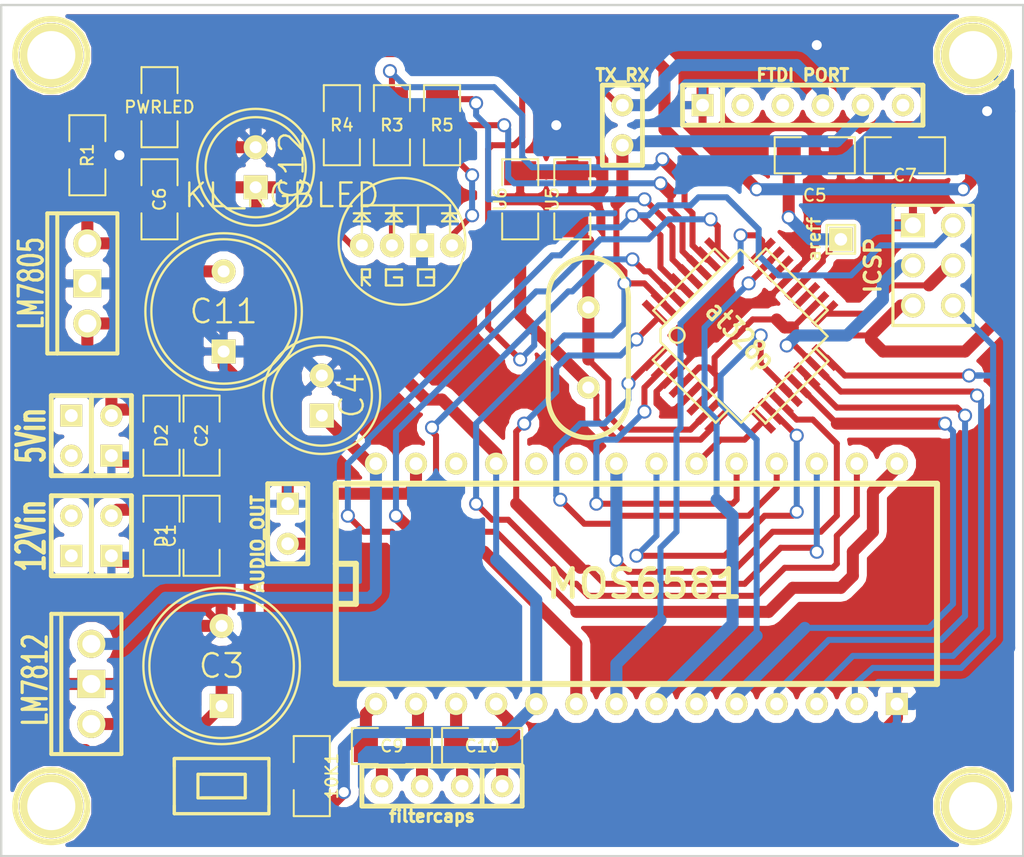
<source format=kicad_pcb>
(kicad_pcb (version 3) (host pcbnew "(2013-jul-07)-stable")
  (layers (15 F.Cu signal) (0 B.Cu signal) (18 B.Paste user) (19 F.Paste user) (20 B.SilkS user hide) (21 F.SilkS user) (22 B.Mask user hide) (23 F.Mask user hide) (28 Edge.Cuts user))
  (net 0 "")
  (net 1 /12v)
  (net 2 /12vin)
  (net 3 /5V)
  (net 4 /5vin)
  (net 5 /A0)
  (net 6 /A1)
  (net 7 /A2)
  (net 8 /A3)
  (net 9 /A4)
  (net 10 /A5)
  (net 11 /D10)
  (net 12 /D11)
  (net 13 /D12)
  (net 14 /D13)
  (net 15 /D2)
  (net 16 /D3)
  (net 17 /D4)
  (net 18 /D5)
  (net 19 /D6)
  (net 20 /D7)
  (net 21 /D8)
  (net 22 /D9)
  (net 23 /RST)
  (net 24 /RX_D1)
  (net 25 /TX_D0)
  (net 26 "/audio out")
  (net 27 GND)
  (net 28 N-000001)
  (net 29 N-0000011)
  (net 30 N-0000022)
  (net 31 N-0000023)
  (net 32 N-0000024)
  (net 33 N-0000025)
  (net 34 N-000003)
  (net 35 N-0000031)
  (net 36 N-0000032)
  (net 37 N-000006)
  (net 38 N-000007)
  (module TQFP32 (layer F.Cu) (at 57.023 -22.987 45)
    (fp_text reference at328p (at 0 0 135) (layer F.SilkS) (effects (font (size 1.27 1.016) (thickness 0.2032))))
    (fp_text value "" (at 0 1.905 45) (layer F.SilkS) (effects (font (size 1.27 1.016) (thickness 0.2032))))
    (pad 8 smd rect (at -4.81584 2.77622 45) (size 1.99898 0.44958) (layers F.Cu F.Paste F.Mask) (net 36 N-0000032))
    (pad 7 smd rect (at -4.81584 1.97612 45) (size 1.99898 0.44958) (layers F.Cu F.Paste F.Mask) (net 35 N-0000031))
    (pad 6 smd rect (at -4.81584 1.17602 45) (size 1.99898 0.44958) (layers F.Cu F.Paste F.Mask) (net 3 /5V))
    (pad 5 smd rect (at -4.81584 0.37592 45) (size 1.99898 0.44958) (layers F.Cu F.Paste F.Mask) (net 27 GND))
    (pad 4 smd rect (at -4.81584 -0.42418 45) (size 1.99898 0.44958) (layers F.Cu F.Paste F.Mask) (net 3 /5V))
    (pad 3 smd rect (at -4.81584 -1.22428 45) (size 1.99898 0.44958) (layers F.Cu F.Paste F.Mask) (net 27 GND))
    (pad 2 smd rect (at -4.81584 -2.02438 45) (size 1.99898 0.44958) (layers F.Cu F.Paste F.Mask) (net 17 /D4))
    (pad 1 smd rect (at -4.81584 -2.82448 45) (size 1.99898 0.44958) (layers F.Cu F.Paste F.Mask) (net 16 /D3))
    (pad 24 smd rect (at 4.7498 -2.8194 45) (size 1.99898 0.44958) (layers F.Cu F.Paste F.Mask) (net 6 /A1))
    (pad 17 smd rect (at 4.7498 2.794 45) (size 1.99898 0.44958) (layers F.Cu F.Paste F.Mask) (net 14 /D13))
    (pad 18 smd rect (at 4.7498 1.9812 45) (size 1.99898 0.44958) (layers F.Cu F.Paste F.Mask) (net 3 /5V))
    (pad 19 smd rect (at 4.7498 1.1684 45) (size 1.99898 0.44958) (layers F.Cu F.Paste F.Mask))
    (pad 20 smd rect (at 4.7498 0.381 45) (size 1.99898 0.44958) (layers F.Cu F.Paste F.Mask) (net 28 N-000001))
    (pad 21 smd rect (at 4.7498 -0.4318 45) (size 1.99898 0.44958) (layers F.Cu F.Paste F.Mask) (net 27 GND))
    (pad 22 smd rect (at 4.7498 -1.2192 45) (size 1.99898 0.44958) (layers F.Cu F.Paste F.Mask))
    (pad 23 smd rect (at 4.7498 -2.032 45) (size 1.99898 0.44958) (layers F.Cu F.Paste F.Mask) (net 5 /A0))
    (pad 32 smd rect (at -2.82448 -4.826 45) (size 0.44958 1.99898) (layers F.Cu F.Paste F.Mask) (net 15 /D2))
    (pad 31 smd rect (at -2.02692 -4.826 45) (size 0.44958 1.99898) (layers F.Cu F.Paste F.Mask) (net 24 /RX_D1))
    (pad 30 smd rect (at -1.22428 -4.826 45) (size 0.44958 1.99898) (layers F.Cu F.Paste F.Mask) (net 25 /TX_D0))
    (pad 29 smd rect (at -0.42672 -4.826 45) (size 0.44958 1.99898) (layers F.Cu F.Paste F.Mask) (net 23 /RST))
    (pad 28 smd rect (at 0.37592 -4.826 45) (size 0.44958 1.99898) (layers F.Cu F.Paste F.Mask) (net 10 /A5))
    (pad 27 smd rect (at 1.17348 -4.826 45) (size 0.44958 1.99898) (layers F.Cu F.Paste F.Mask) (net 9 /A4))
    (pad 26 smd rect (at 1.97612 -4.826 45) (size 0.44958 1.99898) (layers F.Cu F.Paste F.Mask) (net 8 /A3))
    (pad 25 smd rect (at 2.77368 -4.826 45) (size 0.44958 1.99898) (layers F.Cu F.Paste F.Mask) (net 7 /A2))
    (pad 9 smd rect (at -2.8194 4.7752 45) (size 0.44958 1.99898) (layers F.Cu F.Paste F.Mask) (net 18 /D5))
    (pad 10 smd rect (at -2.032 4.7752 45) (size 0.44958 1.99898) (layers F.Cu F.Paste F.Mask) (net 19 /D6))
    (pad 11 smd rect (at -1.2192 4.7752 45) (size 0.44958 1.99898) (layers F.Cu F.Paste F.Mask) (net 20 /D7))
    (pad 12 smd rect (at -0.4318 4.7752 45) (size 0.44958 1.99898) (layers F.Cu F.Paste F.Mask) (net 21 /D8))
    (pad 13 smd rect (at 0.3556 4.7752 45) (size 0.44958 1.99898) (layers F.Cu F.Paste F.Mask) (net 22 /D9))
    (pad 14 smd rect (at 1.1684 4.7752 45) (size 0.44958 1.99898) (layers F.Cu F.Paste F.Mask) (net 11 /D10))
    (pad 15 smd rect (at 1.9812 4.7752 45) (size 0.44958 1.99898) (layers F.Cu F.Paste F.Mask) (net 12 /D11))
    (pad 16 smd rect (at 2.794 4.7752 45) (size 0.44958 1.99898) (layers F.Cu F.Paste F.Mask) (net 13 /D12))
  )
  (module XTAL_HC_49V (layer F.Cu) (at 47.371 -22.225 90)
    (fp_text reference "" (at -0.127 -0.127 90) (layer F.SilkS) (effects (font (size 1.524 1.524) (thickness 0.3048))))
    (fp_text value "" (at 0 3.81 90) (layer F.SilkS) (effects (font (size 1.524 1.524) (thickness 0.3048))))
    (pad 1 thru_hole circle (at -2.54 0 90) (size 1.4224 1.4224) (drill 0.762) (layers *.Cu *.Mask F.SilkS) (net 36 N-0000032))
    (pad 2 thru_hole circle (at 2.54 0 90) (size 1.4224 1.4224) (drill 0.762) (layers *.Cu *.Mask F.SilkS) (net 35 N-0000031))
  )
  (module switch-tact-DTSM-3 (layer F.Cu) (at 24.13 5.588 180)
    (fp_text reference "" (at 1.27 3.175 180) (layer B.SilkS) (effects (font (size 1.27 1.27) (thickness 0.0889))))
    (fp_text value "" (at 0.635 -3.175 180) (layer B.SilkS) (effects (font (size 1.27 1.27) (thickness 0.0889))))
    (pad 1 smd rect (at -2.69748 0 180) (size 1.99898 1.59766) (layers F.Cu F.Paste F.Mask) (net 23 /RST))
    (pad 2 smd rect (at 2.69748 0 180) (size 1.99898 1.59766) (layers F.Cu F.Paste F.Mask) (net 27 GND))
  )
  (module SM1206 (layer F.Cu) (at 20.32 -16.637 90)
    (fp_text reference D2 (at 0 0 90) (layer F.SilkS) (effects (font (size 0.762 0.762) (thickness 0.127))))
    (fp_text value DIODE hide)
    (pad 1 smd rect (at -1.651 0 90) (size 1.524 2.032) (layers F.Cu F.Paste F.Mask) (net 27 GND))
    (pad 2 smd rect (at 1.651 0 90) (size 1.524 2.032) (layers F.Cu F.Paste F.Mask) (net 4 /5vin))
  )
  (module SM1206 (layer F.Cu) (at 38.1 -36.322 270)
    (fp_text reference R5 (at 0 0 360) (layer F.SilkS) (effects (font (size 0.762 0.762) (thickness 0.127))))
    (fp_text value R hide)
    (pad 1 smd rect (at -1.651 0 270) (size 1.524 2.032) (layers F.Cu F.Paste F.Mask) (net 10 /A5))
    (pad 2 smd rect (at 1.651 0 270) (size 1.524 2.032) (layers F.Cu F.Paste F.Mask) (net 37 N-000006))
  )
  (module SM1206 (layer F.Cu) (at 31.75 -36.322 270)
    (fp_text reference R4 (at 0 0 360) (layer F.SilkS) (effects (font (size 0.762 0.762) (thickness 0.127))))
    (fp_text value R hide)
    (pad 1 smd rect (at -1.651 0 270) (size 1.524 2.032) (layers F.Cu F.Paste F.Mask) (net 9 /A4))
    (pad 2 smd rect (at 1.651 0 270) (size 1.524 2.032) (layers F.Cu F.Paste F.Mask) (net 29 N-0000011))
  )
  (module SM1206 (layer F.Cu) (at 34.925 -36.322 270)
    (fp_text reference R3 (at 0 0 360) (layer F.SilkS) (effects (font (size 0.762 0.762) (thickness 0.127))))
    (fp_text value R hide)
    (pad 1 smd rect (at -1.651 0 270) (size 1.524 2.032) (layers F.Cu F.Paste F.Mask) (net 8 /A3))
    (pad 2 smd rect (at 1.651 0 270) (size 1.524 2.032) (layers F.Cu F.Paste F.Mask) (net 38 N-000007))
  )
  (module SM1206 (layer F.Cu) (at 40.64 3.048 180)
    (fp_text reference C10 (at 0 0 180) (layer F.SilkS) (effects (font (size 0.762 0.762) (thickness 0.127))))
    (fp_text value C hide)
    (pad 1 smd rect (at -1.651 0 180) (size 1.524 2.032) (layers F.Cu F.Paste F.Mask) (net 30 N-0000022))
    (pad 2 smd rect (at 1.651 0 180) (size 1.524 2.032) (layers F.Cu F.Paste F.Mask) (net 32 N-0000024))
  )
  (module SM1206 (layer F.Cu) (at 34.925 3.048 180)
    (fp_text reference C9 (at 0 0 180) (layer F.SilkS) (effects (font (size 0.762 0.762) (thickness 0.127))))
    (fp_text value C hide)
    (pad 1 smd rect (at -1.651 0 180) (size 1.524 2.032) (layers F.Cu F.Paste F.Mask) (net 31 N-0000023))
    (pad 2 smd rect (at 1.651 0 180) (size 1.524 2.032) (layers F.Cu F.Paste F.Mask) (net 33 N-0000025))
  )
  (module SM1206 (layer F.Cu) (at 43.053 -31.623 90)
    (fp_text reference U6 (at 0 -1.27 90) (layer F.SilkS) (effects (font (size 0.762 0.762) (thickness 0.127))))
    (fp_text value 18pf hide)
    (pad 1 smd rect (at -1.651 0 90) (size 1.524 2.032) (layers F.Cu F.Paste F.Mask) (net 36 N-0000032))
    (pad 2 smd rect (at 1.651 0 90) (size 1.524 2.032) (layers F.Cu F.Paste F.Mask) (net 27 GND))
  )
  (module SM1206 (layer F.Cu) (at 46.355 -31.623 90)
    (fp_text reference U5 (at 0 -1.27 90) (layer F.SilkS) (effects (font (size 0.762 0.762) (thickness 0.127))))
    (fp_text value 18pf hide)
    (pad 1 smd rect (at -1.651 0 90) (size 1.524 2.032) (layers F.Cu F.Paste F.Mask) (net 35 N-0000031))
    (pad 2 smd rect (at 1.651 0 90) (size 1.524 2.032) (layers F.Cu F.Paste F.Mask) (net 27 GND))
  )
  (module SM1206 (layer F.Cu) (at 61.722 -34.417)
    (fp_text reference C5 (at 0 2.54) (layer F.SilkS) (effects (font (size 0.762 0.762) (thickness 0.127))))
    (fp_text value C hide)
    (pad 1 smd rect (at -1.651 0) (size 1.524 2.032) (layers F.Cu F.Paste F.Mask) (net 28 N-000001))
    (pad 2 smd rect (at 1.651 0) (size 1.524 2.032) (layers F.Cu F.Paste F.Mask) (net 27 GND))
  )
  (module SM1206 (layer F.Cu) (at 20.193 -31.623 270)
    (fp_text reference C6 (at 0 0 270) (layer F.SilkS) (effects (font (size 0.762 0.762) (thickness 0.127))))
    (fp_text value .1uf hide)
    (pad 1 smd rect (at -1.651 0 270) (size 1.524 2.032) (layers F.Cu F.Paste F.Mask) (net 27 GND))
    (pad 2 smd rect (at 1.651 0 270) (size 1.524 2.032) (layers F.Cu F.Paste F.Mask) (net 3 /5V))
  )
  (module SM1206 (layer F.Cu) (at 67.437 -34.417 180)
    (fp_text reference C7 (at 0 -1.27 180) (layer F.SilkS) (effects (font (size 0.762 0.762) (thickness 0.127))))
    (fp_text value 4.7uf hide)
    (pad 1 smd rect (at -1.651 0 180) (size 1.524 2.032) (layers F.Cu F.Paste F.Mask) (net 3 /5V))
    (pad 2 smd rect (at 1.651 0 180) (size 1.524 2.032) (layers F.Cu F.Paste F.Mask) (net 27 GND))
  )
  (module SM1206 (layer F.Cu) (at 29.845 4.953 270)
    (fp_text reference 10K1 (at 0 -1.27 270) (layer F.SilkS) (effects (font (size 0.762 0.762) (thickness 0.127))))
    (fp_text value R hide)
    (pad 1 smd rect (at -1.651 0 270) (size 1.524 2.032) (layers F.Cu F.Paste F.Mask) (net 23 /RST))
    (pad 2 smd rect (at 1.651 0 270) (size 1.524 2.032) (layers F.Cu F.Paste F.Mask) (net 3 /5V))
  )
  (module SM1206 (layer F.Cu) (at 20.193 -37.465 270)
    (fp_text reference PWRLED (at 0 0 360) (layer F.SilkS) (effects (font (size 0.762 0.762) (thickness 0.127))))
    (fp_text value LED hide)
    (pad 1 smd rect (at -1.651 0 270) (size 1.524 2.032) (layers F.Cu F.Paste F.Mask) (net 34 N-000003))
    (pad 2 smd rect (at 1.651 0 270) (size 1.524 2.032) (layers F.Cu F.Paste F.Mask) (net 27 GND))
  )
  (module SM1206 (layer F.Cu) (at 15.621 -34.417 90)
    (fp_text reference R1 (at 0 0 90) (layer F.SilkS) (effects (font (size 0.762 0.762) (thickness 0.127))))
    (fp_text value R hide)
    (pad 1 smd rect (at -1.651 0 90) (size 1.524 2.032) (layers F.Cu F.Paste F.Mask) (net 3 /5V))
    (pad 2 smd rect (at 1.651 0 90) (size 1.524 2.032) (layers F.Cu F.Paste F.Mask) (net 34 N-000003))
  )
  (module SM1206 (layer F.Cu) (at 22.86 -10.287 270)
    (fp_text reference C1 (at 0 2.032 270) (layer F.SilkS) (effects (font (size 0.762 0.762) (thickness 0.127))))
    (fp_text value C hide)
    (pad 1 smd rect (at -1.651 0 270) (size 1.524 2.032) (layers F.Cu F.Paste F.Mask) (net 2 /12vin))
    (pad 2 smd rect (at 1.651 0 270) (size 1.524 2.032) (layers F.Cu F.Paste F.Mask) (net 27 GND))
  )
  (module SM1206 (layer F.Cu) (at 20.32 -10.287 90)
    (fp_text reference D1 (at 0 0 90) (layer F.SilkS) (effects (font (size 0.762 0.762) (thickness 0.127))))
    (fp_text value DIODE hide)
    (pad 1 smd rect (at -1.651 0 90) (size 1.524 2.032) (layers F.Cu F.Paste F.Mask) (net 27 GND))
    (pad 2 smd rect (at 1.651 0 90) (size 1.524 2.032) (layers F.Cu F.Paste F.Mask) (net 2 /12vin))
  )
  (module SM1206 (layer F.Cu) (at 22.86 -16.637 270)
    (fp_text reference C2 (at 0 0 270) (layer F.SilkS) (effects (font (size 0.762 0.762) (thickness 0.127))))
    (fp_text value C hide)
    (pad 1 smd rect (at -1.651 0 270) (size 1.524 2.032) (layers F.Cu F.Paste F.Mask) (net 4 /5vin))
    (pad 2 smd rect (at 1.651 0 270) (size 1.524 2.032) (layers F.Cu F.Paste F.Mask) (net 27 GND))
  )
  (module SIL-6 (layer F.Cu) (at 60.96 -37.592)
    (fp_text reference "FTDI PORT" (at 0 -1.905) (layer F.SilkS) (effects (font (size 0.762 0.762) (thickness 0.1905))))
    (fp_text value FTDI hide)
    (pad 1 thru_hole rect (at -6.35 0) (size 1.397 1.397) (drill 0.8128) (layers *.Cu *.Mask F.SilkS) (net 27 GND))
    (pad 2 thru_hole circle (at -3.81 0) (size 1.397 1.397) (drill 0.8128) (layers *.Cu *.Mask F.SilkS))
    (pad 3 thru_hole circle (at -1.27 0) (size 1.397 1.397) (drill 0.8128) (layers *.Cu *.Mask F.SilkS))
    (pad 4 thru_hole circle (at 1.27 0) (size 1.397 1.397) (drill 0.8128) (layers *.Cu *.Mask F.SilkS) (net 25 /TX_D0))
    (pad 5 thru_hole circle (at 3.81 0) (size 1.397 1.397) (drill 0.8128) (layers *.Cu *.Mask F.SilkS) (net 24 /RX_D1))
    (pad 6 thru_hole circle (at 6.35 0) (size 1.397 1.397) (drill 0.8128) (layers *.Cu *.Mask F.SilkS))
  )
  (module SIL-2 (layer F.Cu) (at 28.321 -11.049 270)
    (fp_text reference AUDIO_OUT (at 1.27 1.905 270) (layer F.SilkS) (effects (font (size 0.762 0.762) (thickness 0.1905))))
    (fp_text value AudioOut hide)
    (pad 1 thru_hole rect (at -1.27 0 270) (size 1.397 1.397) (drill 0.8128) (layers *.Cu *.Mask F.SilkS) (net 27 GND))
    (pad 2 thru_hole circle (at 1.27 0 270) (size 1.397 1.397) (drill 0.8128) (layers *.Cu *.Mask F.SilkS) (net 26 "/audio out"))
  )
  (module SIL-2 (layer F.Cu) (at 49.53 -36.322 90)
    (fp_text reference TX_RX (at 3.175 0 180) (layer F.SilkS) (effects (font (size 0.762 0.762) (thickness 0.1905))))
    (fp_text value UART hide)
    (pad 1 thru_hole circle (at -1.27 0 90) (size 1.397 1.397) (drill 0.8128) (layers *.Cu *.Mask F.SilkS) (net 24 /RX_D1))
    (pad 2 thru_hole circle (at 1.27 0 90) (size 1.397 1.397) (drill 0.8128) (layers *.Cu *.Mask F.SilkS) (net 25 /TX_D0))
  )
  (module SIL-2 (layer F.Cu) (at 17.145 -16.637 90)
    (fp_text reference 5Vin (at 0 -5.08 90) (layer F.SilkS) (effects (font (size 1.72974 1.08712) (thickness 0.27178))))
    (fp_text value 5V_IN hide)
    (pad 1 thru_hole rect (at -1.27 0 90) (size 1.397 1.397) (drill 0.8128) (layers *.Cu *.Mask F.SilkS) (net 27 GND))
    (pad 2 thru_hole circle (at 1.27 0 90) (size 1.397 1.397) (drill 0.8128) (layers *.Cu *.Mask F.SilkS) (net 4 /5vin))
  )
  (module SIL-2 (layer F.Cu) (at 14.605 -16.637 270)
    (fp_text reference "" (at 0 -2.54 270) (layer F.SilkS) (effects (font (size 1.72974 1.08712) (thickness 0.27178))))
    (fp_text value 5VPWR hide)
    (pad 1 thru_hole rect (at -1.27 0 270) (size 1.397 1.397) (drill 0.8128) (layers *.Cu *.Mask F.SilkS))
    (pad 2 thru_hole circle (at 1.27 0 270) (size 1.397 1.397) (drill 0.8128) (layers *.Cu *.Mask F.SilkS))
  )
  (module SIL-2 (layer F.Cu) (at 14.605 -10.287 90)
    (fp_text reference "" (at 0 -2.54 90) (layer F.SilkS) (effects (font (size 1.72974 1.08712) (thickness 0.27178))))
    (fp_text value 12VPWR hide)
    (pad 1 thru_hole rect (at -1.27 0 90) (size 1.397 1.397) (drill 0.8128) (layers *.Cu *.Mask F.SilkS))
    (pad 2 thru_hole circle (at 1.27 0 90) (size 1.397 1.397) (drill 0.8128) (layers *.Cu *.Mask F.SilkS))
  )
  (module SIL-2 (layer F.Cu) (at 17.145 -10.287 90)
    (fp_text reference 12Vin (at 0 -5.08 90) (layer F.SilkS) (effects (font (size 1.72974 1.08712) (thickness 0.27178))))
    (fp_text value 12V_IN hide)
    (pad 1 thru_hole rect (at -1.27 0 90) (size 1.397 1.397) (drill 0.8128) (layers *.Cu *.Mask F.SilkS) (net 27 GND))
    (pad 2 thru_hole circle (at 1.27 0 90) (size 1.397 1.397) (drill 0.8128) (layers *.Cu *.Mask F.SilkS) (net 2 /12vin))
  )
  (module SIL-1 (layer F.Cu) (at 63.373 -29.083 90)
    (fp_text reference areff (at 0 -1.7 90) (layer F.SilkS) (effects (font (size 0.8 0.8))))
    (fp_text value CONN_1 hide)
    (pad 1 thru_hole rect (at 0 0 90) (size 1.5 1.5) (drill 0.8) (layers *.Cu *.Mask F.SilkS) (net 28 N-000001))
  )
  (module pin_array_3x2 (layer F.Cu) (at 69.215 -27.432 90)
    (fp_text reference ICSP (at 0 -3.81 90) (layer F.SilkS) (effects (font (size 1.016 1.016) (thickness 0.2032))))
    (fp_text value ICSP hide)
    (pad 1 thru_hole circle (at -2.54 1.27 90) (size 1.524 1.524) (drill 1.016) (layers *.Cu *.Mask F.SilkS) (net 13 /D12))
    (pad 2 thru_hole circle (at -2.54 -1.27 90) (size 1.524 1.524) (drill 1.016) (layers *.Cu *.Mask F.SilkS) (net 3 /5V))
    (pad 3 thru_hole circle (at 0 1.27 90) (size 1.524 1.524) (drill 1.016) (layers *.Cu *.Mask F.SilkS) (net 14 /D13))
    (pad 4 thru_hole circle (at 0 -1.27 90) (size 1.524 1.524) (drill 1.016) (layers *.Cu *.Mask F.SilkS) (net 12 /D11))
    (pad 5 thru_hole circle (at 2.54 1.27 90) (size 1.524 1.524) (drill 1.016) (layers *.Cu *.Mask F.SilkS) (net 23 /RST))
    (pad 6 thru_hole rect (at 2.54 -1.27 90) (size 1.524 1.524) (drill 1.016) (layers *.Cu *.Mask F.SilkS) (net 27 GND))
  )
  (module LM78XXV (layer F.Cu) (at 15.621 -26.289 180)
    (fp_text reference "" (at 3.81 0 270) (layer F.SilkS) (effects (font (size 1.524 1.016) (thickness 0.2032))))
    (fp_text value LM7805 (at 3.556 0 270) (layer F.SilkS) (effects (font (size 1.524 1.016) (thickness 0.2032))))
    (pad VI thru_hole circle (at 0 -2.54 180) (size 1.778 1.778) (drill 1.143) (layers *.Cu *.Mask F.SilkS) (net 4 /5vin))
    (pad GND thru_hole rect (at 0 0 180) (size 1.778 1.778) (drill 1.143) (layers *.Cu *.Mask F.SilkS) (net 27 GND))
    (pad VO thru_hole circle (at 0 2.54 180) (size 1.778 1.778) (drill 1.143) (layers *.Cu *.Mask F.SilkS) (net 3 /5V))
  )
  (module LM78XXV (layer F.Cu) (at 15.875 -0.889 180)
    (fp_text reference "" (at 3.81 0 270) (layer F.SilkS) (effects (font (size 1.524 1.016) (thickness 0.2032))))
    (fp_text value LM7812 (at 3.556 0.254 270) (layer F.SilkS) (effects (font (size 1.524 1.016) (thickness 0.2032))))
    (pad VI thru_hole circle (at 0 -2.54 180) (size 1.778 1.778) (drill 1.143) (layers *.Cu *.Mask F.SilkS) (net 2 /12vin))
    (pad GND thru_hole rect (at 0 0 180) (size 1.778 1.778) (drill 1.143) (layers *.Cu *.Mask F.SilkS) (net 27 GND))
    (pad VO thru_hole circle (at 0 2.54 180) (size 1.778 1.778) (drill 1.143) (layers *.Cu *.Mask F.SilkS) (net 1 /12v))
  )
  (module KL_RGBLED (layer F.Cu) (at 35.56 -28.702)
    (fp_text reference "" (at 0.635 6.985) (layer F.SilkS) (effects (font (size 1.5 1.5))))
    (fp_text value KL_RGBLED (at -7.62 -3.175) (layer F.SilkS) (effects (font (size 1.5 1.5))))
    (pad 3 thru_hole circle (at -2.54 0) (size 1.524 1.524) (drill 0.762) (layers *.Cu *.Mask F.SilkS) (net 29 N-0000011))
    (pad 2 thru_hole circle (at -0.635 0) (size 1.524 1.524) (drill 0.762) (layers *.Cu *.Mask F.SilkS) (net 38 N-000007))
    (pad 1 thru_hole rect (at 1.27 0) (size 1.524 1.524) (drill 0.762) (layers *.Cu *.Mask F.SilkS) (net 27 GND))
    (pad 4 thru_hole circle (at 3.175 0) (size 1.524 1.524) (drill 0.762) (layers *.Cu *.Mask F.SilkS) (net 37 N-000006))
  )
  (module KL_MOS6581 (layer F.Cu) (at 50.419 -7.239)
    (fp_text reference "" (at -12.7 -3.81) (layer F.SilkS) (effects (font (size 1.778 1.143) (thickness 0.28575))))
    (fp_text value MOS6581 (at 0.508 0) (layer F.SilkS) (effects (font (size 1.778 1.778) (thickness 0.3048))))
    (pad 1 thru_hole circle (at -16.51 7.62) (size 1.397 1.397) (drill 0.8128) (layers *.Cu *.Mask F.SilkS) (net 33 N-0000025))
    (pad 2 thru_hole circle (at -13.97 7.62) (size 1.397 1.397) (drill 0.8128) (layers *.Cu *.Mask F.SilkS) (net 31 N-0000023))
    (pad 3 thru_hole circle (at -11.43 7.62) (size 1.397 1.397) (drill 0.8128) (layers *.Cu *.Mask F.SilkS) (net 32 N-0000024))
    (pad 4 thru_hole circle (at -8.89 7.62) (size 1.397 1.397) (drill 0.8128) (layers *.Cu *.Mask F.SilkS) (net 30 N-0000022))
    (pad 5 thru_hole circle (at -6.35 7.62) (size 1.397 1.397) (drill 0.8128) (layers *.Cu *.Mask F.SilkS) (net 3 /5V))
    (pad 6 thru_hole circle (at -3.81 7.62) (size 1.397 1.397) (drill 0.8128) (layers *.Cu *.Mask F.SilkS) (net 7 /A2))
    (pad 7 thru_hole circle (at -1.27 7.62) (size 1.397 1.397) (drill 0.8128) (layers *.Cu *.Mask F.SilkS) (net 6 /A1))
    (pad 8 thru_hole circle (at 1.27 7.62) (size 1.397 1.397) (drill 0.8128) (layers *.Cu *.Mask F.SilkS) (net 5 /A0))
    (pad 9 thru_hole circle (at 3.81 7.62) (size 1.397 1.397) (drill 0.8128) (layers *.Cu *.Mask F.SilkS) (net 21 /D8))
    (pad 10 thru_hole circle (at 6.35 7.62) (size 1.397 1.397) (drill 0.8128) (layers *.Cu *.Mask F.SilkS) (net 22 /D9))
    (pad 11 thru_hole circle (at 8.89 7.62) (size 1.397 1.397) (drill 0.8128) (layers *.Cu *.Mask F.SilkS) (net 11 /D10))
    (pad 12 thru_hole circle (at 11.43 7.62) (size 1.397 1.397) (drill 0.8128) (layers *.Cu *.Mask F.SilkS) (net 12 /D11))
    (pad 13 thru_hole circle (at 13.97 7.62) (size 1.397 1.397) (drill 0.8128) (layers *.Cu *.Mask F.SilkS) (net 13 /D12))
    (pad 14 thru_hole rect (at 16.51 7.62) (size 1.397 1.397) (drill 0.8128) (layers *.Cu *.Mask F.SilkS) (net 27 GND))
    (pad 15 thru_hole circle (at 16.51 -7.62) (size 1.397 1.397) (drill 0.8128) (layers *.Cu *.Mask F.SilkS) (net 25 /TX_D0))
    (pad 16 thru_hole circle (at 13.97 -7.62) (size 1.397 1.397) (drill 0.8128) (layers *.Cu *.Mask F.SilkS) (net 24 /RX_D1))
    (pad 17 thru_hole circle (at 11.43 -7.62) (size 1.397 1.397) (drill 0.8128) (layers *.Cu *.Mask F.SilkS) (net 15 /D2))
    (pad 18 thru_hole circle (at 8.89 -7.62) (size 1.397 1.397) (drill 0.8128) (layers *.Cu *.Mask F.SilkS) (net 16 /D3))
    (pad 19 thru_hole circle (at 6.35 -7.62) (size 1.397 1.397) (drill 0.8128) (layers *.Cu *.Mask F.SilkS) (net 17 /D4))
    (pad 20 thru_hole circle (at 3.81 -7.62) (size 1.397 1.397) (drill 0.8128) (layers *.Cu *.Mask F.SilkS) (net 18 /D5))
    (pad 21 thru_hole circle (at 1.27 -7.62) (size 1.397 1.397) (drill 0.8128) (layers *.Cu *.Mask F.SilkS) (net 19 /D6))
    (pad 22 thru_hole circle (at -1.27 -7.62) (size 1.397 1.397) (drill 0.8128) (layers *.Cu *.Mask F.SilkS) (net 20 /D7))
    (pad 23 thru_hole circle (at -3.81 -7.62) (size 1.397 1.397) (drill 0.8128) (layers *.Cu *.Mask F.SilkS))
    (pad 24 thru_hole circle (at -6.35 -7.62) (size 1.397 1.397) (drill 0.8128) (layers *.Cu *.Mask F.SilkS))
    (pad 25 thru_hole circle (at -8.89 -7.62) (size 1.397 1.397) (drill 0.8128) (layers *.Cu *.Mask F.SilkS) (net 3 /5V))
    (pad 26 thru_hole circle (at -11.43 -7.62) (size 1.397 1.397) (drill 0.8128) (layers *.Cu *.Mask F.SilkS))
    (pad 27 thru_hole circle (at -13.97 -7.62) (size 1.397 1.397) (drill 0.8128) (layers *.Cu *.Mask F.SilkS) (net 26 "/audio out"))
    (pad 28 thru_hole circle (at -16.51 -7.62) (size 1.397 1.397) (drill 0.8128) (layers *.Cu *.Mask F.SilkS) (net 1 /12v))
  )
  (module KL_330uf (layer F.Cu) (at 24.257 -24.511 270)
    (fp_text reference C11 (at 0 0 360) (layer F.SilkS) (effects (font (size 1.5 1.5))))
    (fp_text value "" (at 0 -1.778 360) (layer F.SilkS) (effects (font (size 1.5 1.5))))
    (pad 1 thru_hole circle (at -2.54 0 270) (size 1.524 1.524) (drill 0.762) (layers *.Cu *.Mask F.SilkS) (net 4 /5vin))
    (pad 2 thru_hole rect (at 2.54 0 270) (size 1.524 1.524) (drill 0.762) (layers *.Cu *.Mask F.SilkS) (net 27 GND))
  )
  (module KL_330uf (layer F.Cu) (at 24.13 -2.032 90)
    (fp_text reference C3 (at 0 0 180) (layer F.SilkS) (effects (font (size 1.5 1.5))))
    (fp_text value "" (at 0 3.81 90) (layer F.SilkS) (effects (font (size 1.5 1.5))))
    (pad 1 thru_hole rect (at -2.54 0 90) (size 1.524 1.524) (drill 0.762) (layers *.Cu *.Mask F.SilkS) (net 2 /12vin))
    (pad 2 thru_hole circle (at 2.54 0 90) (size 1.524 1.524) (drill 0.762) (layers *.Cu *.Mask F.SilkS) (net 27 GND))
  )
  (module KL_100uf (layer F.Cu) (at 26.289 -33.655 90)
    (fp_text reference C12 (at 0.127 2.286 90) (layer F.SilkS) (effects (font (size 1.5 1.5))))
    (fp_text value "" (at -5.08 7.62 90) (layer F.SilkS) (effects (font (size 1.5 1.5))))
    (pad 1 thru_hole rect (at -1.27 0 90) (size 1.524 1.524) (drill 0.762) (layers *.Cu *.Mask F.SilkS) (net 3 /5V))
    (pad 2 thru_hole circle (at 1.27 0 90) (size 1.524 1.524) (drill 0.762) (layers *.Cu *.Mask F.SilkS) (net 27 GND))
  )
  (module KL_100uf (layer F.Cu) (at 30.48 -19.177 90)
    (fp_text reference C4 (at 0 1.905 90) (layer F.SilkS) (effects (font (size 1.5 1.5))))
    (fp_text value "" (at -5.08 7.62 90) (layer F.SilkS) (effects (font (size 1.5 1.5))))
    (pad 1 thru_hole rect (at -1.27 0 90) (size 1.524 1.524) (drill 0.762) (layers *.Cu *.Mask F.SilkS) (net 1 /12v))
    (pad 2 thru_hole circle (at 1.27 0 90) (size 1.524 1.524) (drill 0.762) (layers *.Cu *.Mask F.SilkS) (net 27 GND))
  )
  (module 1pin (layer F.Cu) (at 13.335 6.858)
    (fp_text reference "" (at 0 -3.048) (layer F.SilkS) (effects (font (size 1.016 1.016) (thickness 0.254))))
    (fp_text value P*** hide)
    (pad "" thru_hole circle (at 0 0) (size 4.064 4.064) (drill 3.048) (layers *.Cu *.Mask F.SilkS))
  )
  (module 1pin (layer F.Cu) (at 13.335 -40.767)
    (fp_text reference "" (at 0 -3.048) (layer F.SilkS) (effects (font (size 1.016 1.016) (thickness 0.254))))
    (fp_text value P*** hide)
    (pad "" thru_hole circle (at 0 0) (size 4.064 4.064) (drill 3.048) (layers *.Cu *.Mask F.SilkS))
  )
  (module 1pin (layer F.Cu) (at 71.755 6.858)
    (fp_text reference "" (at 0 -3.048) (layer F.SilkS) (effects (font (size 1.016 1.016) (thickness 0.254))))
    (fp_text value P*** hide)
    (pad "" thru_hole circle (at 0 0) (size 4.064 4.064) (drill 3.048) (layers *.Cu *.Mask F.SilkS))
  )
  (module 1pin (layer F.Cu) (at 71.755 -40.767)
    (fp_text reference "" (at 0 -3.048) (layer F.SilkS) (effects (font (size 1.016 1.016) (thickness 0.254))))
    (fp_text value P*** hide)
    (pad "" thru_hole circle (at 0 0) (size 4.064 4.064) (drill 3.048) (layers *.Cu *.Mask F.SilkS))
  )
  (module SIL-4 (layer F.Cu) (at 38.1 5.588 180)
    (fp_text reference filtercaps (at 0.635 -1.905 180) (layer F.SilkS) (effects (font (size 0.762 0.762) (thickness 0.1905))))
    (fp_text value Val** hide)
    (pad 1 thru_hole circle (at -3.81 0 180) (size 1.397 1.397) (drill 0.8128) (layers *.Cu *.Mask F.SilkS) (net 30 N-0000022))
    (pad 2 thru_hole circle (at -1.27 0 180) (size 1.397 1.397) (drill 0.8128) (layers *.Cu *.Mask F.SilkS) (net 32 N-0000024))
    (pad 3 thru_hole circle (at 1.27 0 180) (size 1.397 1.397) (drill 0.8128) (layers *.Cu *.Mask F.SilkS) (net 31 N-0000023))
    (pad 4 thru_hole circle (at 3.81 0 180) (size 1.397 1.397) (drill 0.8128) (layers *.Cu *.Mask F.SilkS) (net 33 N-0000025))
  )
  (gr_line (start 74.93 -43.942) (end 74.93 10.033) (angle 90) (layer Edge.Cuts) (width 0.15))
  (gr_line (start 10.16 -43.942) (end 74.93 -43.942) (angle 90) (layer Edge.Cuts) (width 0.15))
  (gr_line (start 74.93 10.033) (end 10.16 10.033) (angle 90) (layer Edge.Cuts) (width 0.15))
  (gr_line (start 10.16 10.033) (end 10.16 -43.942) (angle 90) (layer Edge.Cuts) (width 0.15))
  (segment (start 15.875 -3.429) (end 17.653 -3.429) (width 0.762) (layer B.Cu) (net 1))
  (segment (start 33.909 -6.731) (end 33.909 -14.859) (width 0.762) (layer B.Cu) (net 1))
  (segment (start 33.528 -6.35) (end 33.909 -6.731) (width 0.762) (layer B.Cu) (net 1))
  (segment (start 20.574 -6.35) (end 33.528 -6.35) (width 0.762) (layer B.Cu) (net 1))
  (segment (start 17.653 -3.429) (end 20.574 -6.35) (width 0.762) (layer B.Cu) (net 1))
  (segment (start 33.909 -14.859) (end 33.528 -14.859) (width 0.762) (layer F.Cu) (net 1))
  (segment (start 33.528 -14.859) (end 30.48 -17.907) (width 0.762) (layer F.Cu) (net 1))
  (segment (start 24.13 0.508) (end 24.13 -1.143) (width 0.762) (layer F.Cu) (net 2))
  (segment (start 24.892 -9.906) (end 22.86 -11.938) (width 0.762) (layer F.Cu) (net 2))
  (segment (start 24.892 -9.144) (end 24.892 -9.906) (width 0.762) (layer F.Cu) (net 2))
  (segment (start 25.908 -8.128) (end 24.892 -9.144) (width 0.762) (layer F.Cu) (net 2))
  (segment (start 25.908 -2.921) (end 25.908 -8.128) (width 0.762) (layer F.Cu) (net 2))
  (segment (start 24.13 -1.143) (end 25.908 -2.921) (width 0.762) (layer F.Cu) (net 2))
  (segment (start 20.32 -11.938) (end 17.526 -11.938) (width 0.762) (layer F.Cu) (net 2))
  (segment (start 17.526 -11.938) (end 17.145 -11.557) (width 0.762) (layer F.Cu) (net 2))
  (segment (start 15.875 1.651) (end 22.987 1.651) (width 0.762) (layer F.Cu) (net 2))
  (segment (start 22.987 1.651) (end 24.13 0.508) (width 0.762) (layer F.Cu) (net 2))
  (segment (start 22.86 -11.938) (end 20.32 -11.938) (width 0.762) (layer F.Cu) (net 2))
  (segment (start 65.278 -22.987) (end 65.278 -22.733) (width 0.381) (layer F.Cu) (net 3))
  (segment (start 72.517 -33.401) (end 71.628 -33.401) (width 0.762) (layer F.Cu) (net 3))
  (segment (start 73.025 -32.893) (end 72.517 -33.401) (width 0.762) (layer F.Cu) (net 3))
  (segment (start 73.025 -23.749) (end 73.025 -32.893) (width 0.762) (layer F.Cu) (net 3))
  (segment (start 71.247 -21.971) (end 73.025 -23.749) (width 0.762) (layer F.Cu) (net 3))
  (segment (start 66.04 -21.971) (end 71.247 -21.971) (width 0.762) (layer F.Cu) (net 3))
  (segment (start 65.278 -22.733) (end 66.04 -21.971) (width 0.762) (layer F.Cu) (net 3))
  (segment (start 26.289 -32.385) (end 28.321 -32.385) (width 0.762) (layer F.Cu) (net 3))
  (segment (start 28.321 -32.385) (end 28.702 -32.766) (width 0.762) (layer F.Cu) (net 3))
  (segment (start 28.702 -32.766) (end 28.702 -39.37) (width 0.762) (layer F.Cu) (net 3))
  (segment (start 28.702 -39.37) (end 30.353 -41.021) (width 0.762) (layer F.Cu) (net 3))
  (segment (start 30.353 -41.021) (end 51.054 -41.021) (width 0.762) (layer F.Cu) (net 3))
  (segment (start 51.054 -41.021) (end 52.197 -39.878) (width 0.762) (layer F.Cu) (net 3))
  (segment (start 52.197 -39.878) (end 52.197 -36.068) (width 0.762) (layer F.Cu) (net 3))
  (segment (start 52.197 -36.068) (end 54.864 -33.401) (width 0.762) (layer F.Cu) (net 3))
  (segment (start 54.864 -33.401) (end 56.896 -33.401) (width 0.762) (layer F.Cu) (net 3))
  (segment (start 56.896 -33.401) (end 58.039 -32.258) (width 0.762) (layer F.Cu) (net 3))
  (via (at 58.039 -32.258) (size 0.889) (layers F.Cu B.Cu) (net 3))
  (segment (start 58.039 -32.258) (end 71.12 -32.258) (width 0.762) (layer B.Cu) (net 3))
  (via (at 71.12 -32.258) (size 0.889) (layers F.Cu B.Cu) (net 3))
  (segment (start 71.12 -32.258) (end 71.628 -32.766) (width 0.762) (layer F.Cu) (net 3))
  (segment (start 71.628 -32.766) (end 71.628 -33.401) (width 0.762) (layer F.Cu) (net 3))
  (segment (start 71.12 -34.417) (end 69.088 -34.417) (width 0.762) (layer F.Cu) (net 3))
  (segment (start 71.628 -33.401) (end 71.628 -33.909) (width 0.762) (layer F.Cu) (net 3))
  (segment (start 71.628 -33.909) (end 71.12 -34.417) (width 0.762) (layer F.Cu) (net 3))
  (segment (start 60.33284 -23.495) (end 60.33284 -23.48716) (width 0.381) (layer F.Cu) (net 3))
  (segment (start 67.183 -24.892) (end 67.945 -24.892) (width 0.381) (layer F.Cu) (net 3))
  (segment (start 65.278 -22.987) (end 67.183 -24.892) (width 0.762) (layer F.Cu) (net 3))
  (segment (start 60.833 -22.987) (end 65.278 -22.987) (width 0.381) (layer F.Cu) (net 3))
  (segment (start 60.33284 -23.48716) (end 60.833 -22.987) (width 0.381) (layer F.Cu) (net 3))
  (segment (start 41.529 -14.859) (end 41.529 -15.494) (width 0.762) (layer F.Cu) (net 3))
  (segment (start 26.289 -28.321) (end 26.289 -32.385) (width 0.762) (layer F.Cu) (net 3))
  (segment (start 30.861 -23.749) (end 26.289 -28.321) (width 0.762) (layer F.Cu) (net 3))
  (segment (start 32.258 -23.749) (end 30.861 -23.749) (width 0.762) (layer F.Cu) (net 3))
  (segment (start 37.084 -18.923) (end 32.258 -23.749) (width 0.762) (layer F.Cu) (net 3))
  (segment (start 38.1 -18.923) (end 37.084 -18.923) (width 0.762) (layer F.Cu) (net 3))
  (segment (start 41.529 -15.494) (end 38.1 -18.923) (width 0.762) (layer F.Cu) (net 3))
  (segment (start 29.845 6.604) (end 31.242 6.604) (width 0.762) (layer F.Cu) (net 3))
  (segment (start 42.291 2.159) (end 44.069 0.381) (width 0.762) (layer B.Cu) (net 3))
  (segment (start 32.893 2.159) (end 42.291 2.159) (width 0.762) (layer B.Cu) (net 3))
  (segment (start 31.877 3.175) (end 32.893 2.159) (width 0.762) (layer B.Cu) (net 3))
  (segment (start 31.877 5.969) (end 31.877 3.175) (width 0.762) (layer B.Cu) (net 3))
  (via (at 31.877 5.969) (size 0.889) (layers F.Cu B.Cu) (net 3))
  (segment (start 31.242 6.604) (end 31.877 5.969) (width 0.762) (layer F.Cu) (net 3))
  (segment (start 41.529 -14.859) (end 41.529 -8.763) (width 0.381) (layer B.Cu) (net 3))
  (segment (start 44.069 -6.223) (end 44.069 0.381) (width 0.762) (layer B.Cu) (net 3))
  (segment (start 41.529 -8.763) (end 44.069 -6.223) (width 0.762) (layer B.Cu) (net 3))
  (segment (start 55.372 -20.574) (end 55.372 -21.59) (width 0.381) (layer F.Cu) (net 3))
  (segment (start 60.33284 -23.495) (end 61.782536 -24.944696) (width 0.381) (layer F.Cu) (net 3))
  (segment (start 59.817 -23.495) (end 60.33284 -23.495) (width 0.762) (layer F.Cu) (net 3))
  (segment (start 59.309 -24.003) (end 59.817 -23.495) (width 0.762) (layer F.Cu) (net 3))
  (segment (start 57.785 -24.003) (end 59.309 -24.003) (width 0.381) (layer F.Cu) (net 3))
  (segment (start 55.372 -21.59) (end 57.785 -24.003) (width 0.381) (layer F.Cu) (net 3))
  (segment (start 54.449259 -18.750115) (end 54.564115 -18.750115) (width 0.381) (layer F.Cu) (net 3))
  (segment (start 54.391119 -20.955) (end 53.317746 -19.881627) (width 0.381) (layer F.Cu) (net 3))
  (segment (start 54.991 -20.955) (end 54.391119 -20.955) (width 0.381) (layer F.Cu) (net 3))
  (segment (start 55.499 -20.447) (end 55.372 -20.574) (width 0.381) (layer F.Cu) (net 3))
  (segment (start 55.372 -20.574) (end 54.991 -20.955) (width 0.381) (layer F.Cu) (net 3))
  (segment (start 55.499 -19.685) (end 55.499 -20.447) (width 0.381) (layer F.Cu) (net 3))
  (segment (start 54.564115 -18.750115) (end 55.499 -19.685) (width 0.381) (layer F.Cu) (net 3))
  (segment (start 20.193 -29.972) (end 21.59 -29.972) (width 0.762) (layer F.Cu) (net 3))
  (segment (start 21.59 -29.972) (end 24.003 -32.385) (width 0.762) (layer F.Cu) (net 3))
  (segment (start 24.003 -32.385) (end 26.289 -32.385) (width 0.762) (layer F.Cu) (net 3))
  (segment (start 15.621 -28.829) (end 15.621 -32.766) (width 0.762) (layer F.Cu) (net 3))
  (segment (start 15.621 -28.829) (end 19.05 -28.829) (width 0.762) (layer F.Cu) (net 3))
  (segment (start 19.05 -28.829) (end 20.193 -29.972) (width 0.762) (layer F.Cu) (net 3))
  (segment (start 15.621 -23.749) (end 15.621 -21.971) (width 0.762) (layer F.Cu) (net 4))
  (segment (start 17.145 -20.447) (end 17.145 -17.907) (width 0.762) (layer F.Cu) (net 4))
  (segment (start 15.621 -21.971) (end 17.145 -20.447) (width 0.762) (layer F.Cu) (net 4))
  (segment (start 20.32 -18.288) (end 17.526 -18.288) (width 0.762) (layer F.Cu) (net 4))
  (segment (start 17.526 -18.288) (end 17.145 -17.907) (width 0.762) (layer F.Cu) (net 4))
  (segment (start 22.86 -18.288) (end 20.32 -18.288) (width 0.762) (layer F.Cu) (net 4))
  (segment (start 15.621 -23.749) (end 18.415 -23.749) (width 0.762) (layer F.Cu) (net 4))
  (segment (start 18.415 -23.749) (end 21.717 -27.051) (width 0.762) (layer F.Cu) (net 4))
  (segment (start 21.717 -27.051) (end 24.257 -27.051) (width 0.762) (layer F.Cu) (net 4))
  (segment (start 51.689 0.381) (end 51.689 0.127) (width 0.381) (layer B.Cu) (net 5))
  (segment (start 58.944775 -27.702775) (end 58.944775 -27.782457) (width 0.381) (layer F.Cu) (net 5))
  (segment (start 57.531 -26.289) (end 58.944775 -27.702775) (width 0.381) (layer F.Cu) (net 5))
  (via (at 57.531 -26.289) (size 0.889) (layers F.Cu B.Cu) (net 5))
  (segment (start 56.769 -25.527) (end 57.531 -26.289) (width 0.381) (layer B.Cu) (net 5))
  (segment (start 54.737 -23.495) (end 56.769 -25.527) (width 0.381) (layer B.Cu) (net 5))
  (segment (start 54.737 -18.415) (end 54.737 -23.495) (width 0.381) (layer B.Cu) (net 5))
  (segment (start 55.499 -17.653) (end 54.737 -18.415) (width 0.381) (layer B.Cu) (net 5))
  (segment (start 55.499 -12.573) (end 55.499 -17.653) (width 0.381) (layer B.Cu) (net 5))
  (segment (start 56.515 -11.557) (end 55.499 -12.573) (width 0.762) (layer B.Cu) (net 5))
  (segment (start 56.515 -4.699) (end 56.515 -11.557) (width 0.762) (layer B.Cu) (net 5))
  (segment (start 51.689 0.127) (end 56.515 -4.699) (width 0.762) (layer B.Cu) (net 5))
  (segment (start 49.149 0.381) (end 49.149 -2.159) (width 0.762) (layer B.Cu) (net 6))
  (segment (start 58.387999 -28.988001) (end 58.387999 -28.339233) (width 0.381) (layer F.Cu) (net 6))
  (segment (start 58.039 -29.337) (end 58.387999 -28.988001) (width 0.381) (layer F.Cu) (net 6))
  (segment (start 57.023 -29.337) (end 58.039 -29.337) (width 0.381) (layer F.Cu) (net 6))
  (via (at 57.023 -29.337) (size 0.889) (layers F.Cu B.Cu) (net 6))
  (segment (start 57.023 -27.559) (end 57.023 -29.337) (width 0.381) (layer B.Cu) (net 6))
  (segment (start 53.213 -23.749) (end 57.023 -27.559) (width 0.381) (layer B.Cu) (net 6))
  (segment (start 53.213 -17.145) (end 53.213 -23.749) (width 0.381) (layer B.Cu) (net 6))
  (segment (start 52.959 -16.891) (end 53.213 -17.145) (width 0.381) (layer B.Cu) (net 6))
  (segment (start 52.959 -10.541) (end 52.959 -16.891) (width 0.381) (layer B.Cu) (net 6))
  (segment (start 51.943 -9.525) (end 52.959 -10.541) (width 0.381) (layer B.Cu) (net 6))
  (segment (start 51.943 -4.953) (end 51.943 -9.525) (width 0.381) (layer B.Cu) (net 6))
  (segment (start 49.149 -2.159) (end 51.943 -4.953) (width 0.762) (layer B.Cu) (net 6))
  (segment (start 46.609 0.381) (end 46.609 -3.429) (width 0.762) (layer F.Cu) (net 7))
  (segment (start 55.571791 -29.917791) (end 55.571791 -28.360785) (width 0.381) (layer F.Cu) (net 7))
  (segment (start 55.118 -30.353) (end 55.571791 -29.917791) (width 0.381) (layer F.Cu) (net 7))
  (via (at 55.118 -30.353) (size 0.889) (layers F.Cu B.Cu) (net 7))
  (segment (start 52.451 -30.353) (end 55.118 -30.353) (width 0.381) (layer B.Cu) (net 7))
  (segment (start 51.181 -29.083) (end 52.451 -30.353) (width 0.381) (layer B.Cu) (net 7))
  (segment (start 48.133 -29.083) (end 51.181 -29.083) (width 0.381) (layer B.Cu) (net 7))
  (segment (start 44.831 -25.781) (end 48.133 -29.083) (width 0.381) (layer B.Cu) (net 7))
  (segment (start 44.069 -25.781) (end 44.831 -25.781) (width 0.381) (layer B.Cu) (net 7))
  (segment (start 35.179 -16.891) (end 44.069 -25.781) (width 0.381) (layer B.Cu) (net 7))
  (segment (start 35.179 -11.557) (end 35.179 -16.891) (width 0.381) (layer B.Cu) (net 7))
  (via (at 35.179 -11.557) (size 0.889) (layers F.Cu B.Cu) (net 7))
  (segment (start 37.592 -9.271) (end 35.179 -11.557) (width 0.762) (layer F.Cu) (net 7))
  (segment (start 40.767 -9.271) (end 37.592 -9.271) (width 0.762) (layer F.Cu) (net 7))
  (segment (start 46.609 -3.429) (end 40.767 -9.271) (width 0.762) (layer F.Cu) (net 7))
  (segment (start 55.007831 -27.796825) (end 54.880175 -27.796825) (width 0.381) (layer F.Cu) (net 8))
  (segment (start 34.925 -39.624) (end 34.925 -37.973) (width 0.381) (layer F.Cu) (net 8))
  (segment (start 34.798 -39.751) (end 34.925 -39.624) (width 0.381) (layer F.Cu) (net 8))
  (via (at 34.798 -39.751) (size 0.889) (layers F.Cu B.Cu) (net 8))
  (segment (start 35.814 -38.735) (end 34.798 -39.751) (width 0.381) (layer B.Cu) (net 8))
  (segment (start 41.402 -38.735) (end 35.814 -38.735) (width 0.381) (layer B.Cu) (net 8))
  (segment (start 43.18 -36.957) (end 41.402 -38.735) (width 0.381) (layer B.Cu) (net 8))
  (segment (start 43.18 -34.29) (end 43.18 -36.957) (width 0.381) (layer B.Cu) (net 8))
  (segment (start 43.815 -33.655) (end 43.18 -34.29) (width 0.381) (layer B.Cu) (net 8))
  (segment (start 51.562 -33.655) (end 43.815 -33.655) (width 0.381) (layer B.Cu) (net 8))
  (segment (start 52.07 -34.163) (end 51.562 -33.655) (width 0.381) (layer B.Cu) (net 8))
  (via (at 52.07 -34.163) (size 0.889) (layers F.Cu B.Cu) (net 8))
  (segment (start 53.467 -32.766) (end 52.07 -34.163) (width 0.762) (layer F.Cu) (net 8))
  (segment (start 53.467 -31.242) (end 53.467 -32.766) (width 0.381) (layer F.Cu) (net 8))
  (segment (start 53.975004 -30.733996) (end 53.467 -31.242) (width 0.381) (layer F.Cu) (net 8))
  (segment (start 53.975004 -28.701996) (end 53.975004 -30.733996) (width 0.381) (layer F.Cu) (net 8))
  (segment (start 54.880175 -27.796825) (end 53.975004 -28.701996) (width 0.381) (layer F.Cu) (net 8))
  (segment (start 31.75 -37.973) (end 31.75 -36.576) (width 0.381) (layer F.Cu) (net 9))
  (segment (start 53.340002 -28.329549) (end 54.440278 -27.229273) (width 0.381) (layer F.Cu) (net 9))
  (segment (start 53.340002 -30.225998) (end 53.340002 -28.329549) (width 0.381) (layer F.Cu) (net 9))
  (segment (start 52.578 -30.988) (end 53.340002 -30.225998) (width 0.381) (layer F.Cu) (net 9))
  (segment (start 52.578 -32.004) (end 52.578 -30.988) (width 0.381) (layer F.Cu) (net 9))
  (segment (start 51.943 -32.639) (end 52.578 -32.004) (width 0.762) (layer F.Cu) (net 9))
  (via (at 51.943 -32.639) (size 0.889) (layers F.Cu B.Cu) (net 9))
  (segment (start 42.672 -32.639) (end 51.943 -32.639) (width 0.381) (layer B.Cu) (net 9))
  (segment (start 42.291 -33.02) (end 42.672 -32.639) (width 0.381) (layer B.Cu) (net 9))
  (segment (start 42.291 -36.068) (end 42.291 -33.02) (width 0.381) (layer B.Cu) (net 9))
  (segment (start 42.037 -36.322) (end 42.291 -36.068) (width 0.381) (layer B.Cu) (net 9))
  (via (at 42.037 -36.322) (size 0.889) (layers F.Cu B.Cu) (net 9))
  (segment (start 32.004 -36.322) (end 42.037 -36.322) (width 0.381) (layer F.Cu) (net 9))
  (segment (start 31.75 -36.576) (end 32.004 -36.322) (width 0.381) (layer F.Cu) (net 9))
  (segment (start 53.876318 -26.665313) (end 53.852687 -26.665313) (width 0.381) (layer F.Cu) (net 10))
  (segment (start 40.005 -37.973) (end 38.1 -37.973) (width 0.381) (layer F.Cu) (net 10))
  (segment (start 40.259 -37.719) (end 40.005 -37.973) (width 0.381) (layer F.Cu) (net 10))
  (via (at 40.259 -37.719) (size 0.889) (layers F.Cu B.Cu) (net 10))
  (segment (start 40.259 -36.957) (end 40.259 -37.719) (width 0.381) (layer B.Cu) (net 10))
  (segment (start 41.021 -36.195) (end 40.259 -36.957) (width 0.381) (layer B.Cu) (net 10))
  (segment (start 41.021 -31.623) (end 41.021 -36.195) (width 0.381) (layer B.Cu) (net 10))
  (segment (start 48.895 -31.623) (end 41.021 -31.623) (width 0.381) (layer B.Cu) (net 10))
  (segment (start 50.927 -31.623) (end 48.895 -31.623) (width 0.381) (layer B.Cu) (net 10))
  (via (at 50.927 -31.623) (size 0.889) (layers F.Cu B.Cu) (net 10))
  (segment (start 52.705 -29.845) (end 50.927 -31.623) (width 0.381) (layer F.Cu) (net 10))
  (segment (start 52.705 -27.813) (end 52.705 -29.845) (width 0.381) (layer F.Cu) (net 10))
  (segment (start 53.852687 -26.665313) (end 52.705 -27.813) (width 0.381) (layer F.Cu) (net 10))
  (segment (start 61.22576 -20.436607) (end 61.22576 -20.30824) (width 0.381) (layer F.Cu) (net 11))
  (segment (start 59.309 -0.381) (end 59.309 0.381) (width 0.381) (layer B.Cu) (net 11))
  (segment (start 62.611 -3.683) (end 59.309 -0.381) (width 0.381) (layer B.Cu) (net 11))
  (segment (start 69.723 -3.683) (end 62.611 -3.683) (width 0.381) (layer B.Cu) (net 11))
  (segment (start 71.247 -5.207) (end 69.723 -3.683) (width 0.381) (layer B.Cu) (net 11))
  (segment (start 71.247 -17.907) (end 71.247 -5.207) (width 0.381) (layer B.Cu) (net 11))
  (via (at 71.247 -17.907) (size 0.889) (layers F.Cu B.Cu) (net 11))
  (segment (start 70.739 -18.415) (end 71.247 -17.907) (width 0.381) (layer F.Cu) (net 11))
  (segment (start 63.119 -18.415) (end 70.739 -18.415) (width 0.381) (layer F.Cu) (net 11))
  (segment (start 61.22576 -20.30824) (end 63.119 -18.415) (width 0.381) (layer F.Cu) (net 11))
  (segment (start 61.800496 -21.011344) (end 61.792656 -21.011344) (width 0.381) (layer F.Cu) (net 12))
  (segment (start 67.183 -27.432) (end 67.945 -27.432) (width 0.381) (layer B.Cu) (net 12))
  (segment (start 66.04 -26.289) (end 67.183 -27.432) (width 0.762) (layer B.Cu) (net 12))
  (segment (start 66.04 -25.273) (end 66.04 -26.289) (width 0.762) (layer B.Cu) (net 12))
  (segment (start 63.754 -22.987) (end 66.04 -25.273) (width 0.762) (layer B.Cu) (net 12))
  (segment (start 60.579 -22.987) (end 63.754 -22.987) (width 0.762) (layer B.Cu) (net 12))
  (segment (start 59.944 -22.352) (end 60.579 -22.987) (width 0.762) (layer B.Cu) (net 12))
  (via (at 59.944 -22.352) (size 0.889) (layers F.Cu B.Cu) (net 12))
  (segment (start 60.452 -22.352) (end 59.944 -22.352) (width 0.381) (layer F.Cu) (net 12))
  (segment (start 61.792656 -21.011344) (end 60.452 -22.352) (width 0.381) (layer F.Cu) (net 12))
  (segment (start 61.800496 -21.011344) (end 61.800496 -21.003504) (width 0.381) (layer F.Cu) (net 12))
  (segment (start 61.849 -0.381) (end 61.849 0.381) (width 0.381) (layer B.Cu) (net 12))
  (segment (start 64.135 -2.667) (end 61.849 -0.381) (width 0.381) (layer B.Cu) (net 12))
  (segment (start 70.485 -2.667) (end 64.135 -2.667) (width 0.381) (layer B.Cu) (net 12))
  (segment (start 72.263 -4.445) (end 70.485 -2.667) (width 0.381) (layer B.Cu) (net 12))
  (segment (start 72.263 -18.923) (end 72.263 -4.445) (width 0.381) (layer B.Cu) (net 12))
  (segment (start 72.009 -19.177) (end 72.263 -18.923) (width 0.381) (layer B.Cu) (net 12))
  (via (at 72.009 -19.177) (size 0.889) (layers F.Cu B.Cu) (net 12))
  (segment (start 71.755 -19.431) (end 72.009 -19.177) (width 0.381) (layer F.Cu) (net 12))
  (segment (start 63.373 -19.431) (end 71.755 -19.431) (width 0.381) (layer F.Cu) (net 12))
  (segment (start 61.800496 -21.003504) (end 63.373 -19.431) (width 0.381) (layer F.Cu) (net 12))
  (segment (start 62.375233 -21.58608) (end 62.48792 -21.58608) (width 0.381) (layer F.Cu) (net 13))
  (segment (start 72.009 -20.447) (end 73.025 -20.447) (width 0.381) (layer B.Cu) (net 13))
  (segment (start 72.263 -20.447) (end 72.009 -20.447) (width 0.381) (layer B.Cu) (net 13))
  (segment (start 71.501 -20.447) (end 72.263 -20.447) (width 0.381) (layer B.Cu) (net 13))
  (via (at 71.501 -20.447) (size 0.889) (layers F.Cu B.Cu) (net 13))
  (segment (start 63.627 -20.447) (end 71.501 -20.447) (width 0.381) (layer F.Cu) (net 13))
  (segment (start 62.48792 -21.58608) (end 63.627 -20.447) (width 0.381) (layer F.Cu) (net 13))
  (segment (start 64.262 0.508) (end 64.262 -0.889) (width 0.381) (layer B.Cu) (net 13))
  (segment (start 64.262 -0.889) (end 65.405 -1.905) (width 0.381) (layer B.Cu) (net 13))
  (segment (start 65.405 -1.905) (end 70.993 -1.905) (width 0.381) (layer B.Cu) (net 13))
  (segment (start 70.993 -1.905) (end 73.025 -3.937) (width 0.381) (layer B.Cu) (net 13))
  (segment (start 73.025 -3.937) (end 73.025 -20.447) (width 0.381) (layer B.Cu) (net 13))
  (segment (start 73.025 -20.447) (end 73.025 -22.352) (width 0.381) (layer B.Cu) (net 13))
  (segment (start 73.025 -22.352) (end 70.485 -24.892) (width 0.381) (layer B.Cu) (net 13))
  (segment (start 62.357272 -24.369959) (end 64.882959 -24.369959) (width 0.381) (layer F.Cu) (net 14))
  (segment (start 70.231 -27.432) (end 70.485 -27.432) (width 0.381) (layer F.Cu) (net 14))
  (segment (start 68.961 -26.162) (end 70.231 -27.432) (width 0.762) (layer F.Cu) (net 14))
  (segment (start 66.675 -26.162) (end 68.961 -26.162) (width 0.381) (layer F.Cu) (net 14))
  (segment (start 64.882959 -24.369959) (end 66.675 -26.162) (width 0.381) (layer F.Cu) (net 14))
  (segment (start 61.849 -14.859) (end 61.849 -9.271) (width 0.381) (layer B.Cu) (net 15))
  (segment (start 50.419 -22.733) (end 51.689 -24.003) (width 0.381) (layer F.Cu) (net 15))
  (via (at 50.419 -22.733) (size 0.889) (layers F.Cu B.Cu) (net 15))
  (segment (start 49.403 -21.717) (end 50.419 -22.733) (width 0.381) (layer B.Cu) (net 15))
  (segment (start 46.101 -21.717) (end 49.403 -21.717) (width 0.381) (layer B.Cu) (net 15))
  (segment (start 45.339 -20.955) (end 46.101 -21.717) (width 0.381) (layer B.Cu) (net 15))
  (segment (start 45.339 -19.431) (end 45.339 -20.955) (width 0.381) (layer B.Cu) (net 15))
  (segment (start 43.307 -17.399) (end 45.339 -19.431) (width 0.381) (layer B.Cu) (net 15))
  (via (at 43.307 -17.399) (size 0.889) (layers F.Cu B.Cu) (net 15))
  (segment (start 42.799 -16.891) (end 43.307 -17.399) (width 0.381) (layer F.Cu) (net 15))
  (segment (start 42.799 -12.319) (end 42.799 -16.891) (width 0.381) (layer F.Cu) (net 15))
  (segment (start 46.863 -8.255) (end 42.799 -12.319) (width 0.762) (layer F.Cu) (net 15))
  (segment (start 47.371 -8.255) (end 46.863 -8.255) (width 0.381) (layer F.Cu) (net 15))
  (segment (start 48.387 -7.239) (end 47.371 -8.255) (width 0.381) (layer F.Cu) (net 15))
  (segment (start 57.277 -7.239) (end 48.387 -7.239) (width 0.381) (layer F.Cu) (net 15))
  (segment (start 59.563 -9.525) (end 57.277 -7.239) (width 0.381) (layer F.Cu) (net 15))
  (segment (start 61.595 -9.525) (end 59.563 -9.525) (width 0.381) (layer F.Cu) (net 15))
  (segment (start 61.849 -9.271) (end 61.595 -9.525) (width 0.381) (layer F.Cu) (net 15))
  (via (at 61.849 -9.271) (size 0.889) (layers F.Cu B.Cu) (net 15))
  (segment (start 59.309 -14.859) (end 59.309 -13.335) (width 0.381) (layer F.Cu) (net 16))
  (segment (start 51.550896 -21.578896) (end 51.620478 -21.578896) (width 0.381) (layer F.Cu) (net 16))
  (segment (start 49.911 -19.939) (end 51.550896 -21.578896) (width 0.381) (layer F.Cu) (net 16))
  (via (at 49.911 -19.939) (size 0.889) (layers F.Cu B.Cu) (net 16))
  (segment (start 49.911 -18.923) (end 49.911 -19.939) (width 0.381) (layer B.Cu) (net 16))
  (segment (start 48.387 -17.399) (end 49.911 -18.923) (width 0.381) (layer B.Cu) (net 16))
  (segment (start 46.863 -17.399) (end 48.387 -17.399) (width 0.381) (layer B.Cu) (net 16))
  (segment (start 45.339 -15.875) (end 46.863 -17.399) (width 0.381) (layer B.Cu) (net 16))
  (segment (start 45.339 -12.827) (end 45.339 -15.875) (width 0.381) (layer B.Cu) (net 16))
  (segment (start 45.593 -12.573) (end 45.339 -12.827) (width 0.381) (layer B.Cu) (net 16))
  (via (at 45.593 -12.573) (size 0.889) (layers F.Cu B.Cu) (net 16))
  (segment (start 47.117 -11.049) (end 45.593 -12.573) (width 0.381) (layer F.Cu) (net 16))
  (segment (start 48.895 -11.049) (end 47.117 -11.049) (width 0.381) (layer F.Cu) (net 16))
  (segment (start 49.403 -11.557) (end 48.895 -11.049) (width 0.381) (layer F.Cu) (net 16))
  (segment (start 57.531 -11.557) (end 49.403 -11.557) (width 0.381) (layer F.Cu) (net 16))
  (segment (start 59.309 -13.335) (end 57.531 -11.557) (width 0.381) (layer F.Cu) (net 16))
  (segment (start 52.186234 -21.01314) (end 52.186234 -20.944234) (width 0.381) (layer F.Cu) (net 17))
  (segment (start 56.769 -12.573) (end 56.769 -14.859) (width 0.381) (layer F.Cu) (net 17))
  (segment (start 56.515 -12.319) (end 56.769 -12.573) (width 0.381) (layer F.Cu) (net 17))
  (segment (start 47.879 -12.319) (end 56.515 -12.319) (width 0.381) (layer F.Cu) (net 17))
  (via (at 47.879 -12.319) (size 0.889) (layers F.Cu B.Cu) (net 17))
  (segment (start 47.879 -16.129) (end 47.879 -12.319) (width 0.381) (layer B.Cu) (net 17))
  (segment (start 48.133 -16.383) (end 47.879 -16.129) (width 0.381) (layer B.Cu) (net 17))
  (segment (start 49.149 -16.383) (end 48.133 -16.383) (width 0.381) (layer B.Cu) (net 17))
  (segment (start 50.927 -18.161) (end 49.149 -16.383) (width 0.381) (layer B.Cu) (net 17))
  (via (at 50.927 -18.161) (size 0.889) (layers F.Cu B.Cu) (net 17))
  (segment (start 50.927 -19.685) (end 50.927 -18.161) (width 0.381) (layer F.Cu) (net 17))
  (segment (start 52.186234 -20.944234) (end 50.927 -19.685) (width 0.381) (layer F.Cu) (net 17))
  (segment (start 54.229 -14.859) (end 55.753 -16.383) (width 0.381) (layer F.Cu) (net 18))
  (segment (start 55.753 -16.383) (end 57.277 -16.383) (width 0.381) (layer F.Cu) (net 18))
  (segment (start 57.277 -16.383) (end 58.293 -17.399) (width 0.381) (layer F.Cu) (net 18))
  (segment (start 58.962735 -18.173583) (end 59.042417 -18.173583) (width 0.381) (layer F.Cu) (net 19))
  (segment (start 51.689 -10.287) (end 51.689 -14.859) (width 0.381) (layer B.Cu) (net 19))
  (segment (start 50.419 -9.017) (end 51.689 -10.287) (width 0.381) (layer B.Cu) (net 19))
  (via (at 50.419 -9.017) (size 0.889) (layers F.Cu B.Cu) (net 19))
  (segment (start 56.007 -9.017) (end 50.419 -9.017) (width 0.381) (layer F.Cu) (net 19))
  (segment (start 58.547 -11.557) (end 56.007 -9.017) (width 0.381) (layer F.Cu) (net 19))
  (segment (start 60.325 -11.557) (end 58.547 -11.557) (width 0.381) (layer F.Cu) (net 19))
  (segment (start 60.579 -11.811) (end 60.325 -11.557) (width 0.381) (layer F.Cu) (net 19))
  (via (at 60.579 -11.811) (size 0.889) (layers F.Cu B.Cu) (net 19))
  (segment (start 60.579 -16.637) (end 60.579 -11.811) (width 0.381) (layer B.Cu) (net 19))
  (via (at 60.579 -16.637) (size 0.889) (layers F.Cu B.Cu) (net 19))
  (segment (start 59.042417 -18.173583) (end 60.579 -16.637) (width 0.381) (layer F.Cu) (net 19))
  (segment (start 59.537472 -18.748319) (end 59.537472 -18.694528) (width 0.381) (layer F.Cu) (net 20))
  (segment (start 49.149 -8.763) (end 49.149 -14.859) (width 0.762) (layer B.Cu) (net 20))
  (via (at 49.149 -8.763) (size 0.889) (layers F.Cu B.Cu) (net 20))
  (segment (start 49.911 -8.001) (end 49.149 -8.763) (width 0.381) (layer F.Cu) (net 20))
  (segment (start 56.515 -8.001) (end 49.911 -8.001) (width 0.381) (layer F.Cu) (net 20))
  (segment (start 59.055 -10.541) (end 56.515 -8.001) (width 0.381) (layer F.Cu) (net 20))
  (segment (start 62.103 -10.541) (end 59.055 -10.541) (width 0.381) (layer F.Cu) (net 20))
  (segment (start 63.119 -11.557) (end 62.103 -10.541) (width 0.381) (layer F.Cu) (net 20))
  (segment (start 63.119 -16.129) (end 63.119 -11.557) (width 0.381) (layer F.Cu) (net 20))
  (segment (start 61.595 -17.653) (end 63.119 -16.129) (width 0.381) (layer F.Cu) (net 20))
  (segment (start 60.579 -17.653) (end 61.595 -17.653) (width 0.381) (layer F.Cu) (net 20))
  (segment (start 59.537472 -18.694528) (end 60.579 -17.653) (width 0.381) (layer F.Cu) (net 20))
  (segment (start 60.094248 -19.305095) (end 60.094248 -19.407752) (width 0.381) (layer F.Cu) (net 21))
  (segment (start 54.229 -0.127) (end 54.229 0.381) (width 0.381) (layer B.Cu) (net 21))
  (segment (start 58.039 -3.937) (end 54.229 -0.127) (width 0.762) (layer B.Cu) (net 21))
  (segment (start 58.039 -16.383) (end 58.039 -3.937) (width 0.381) (layer B.Cu) (net 21))
  (segment (start 55.753 -18.669) (end 58.039 -16.383) (width 0.381) (layer B.Cu) (net 21))
  (segment (start 55.753 -20.447) (end 55.753 -18.669) (width 0.381) (layer B.Cu) (net 21))
  (segment (start 58.293 -22.987) (end 55.753 -20.447) (width 0.381) (layer B.Cu) (net 21))
  (via (at 58.293 -22.987) (size 0.889) (layers F.Cu B.Cu) (net 21))
  (segment (start 58.293 -21.209) (end 58.293 -22.987) (width 0.381) (layer F.Cu) (net 21))
  (segment (start 60.094248 -19.407752) (end 58.293 -21.209) (width 0.381) (layer F.Cu) (net 21))
  (segment (start 60.651023 -19.861871) (end 60.656129 -19.861871) (width 0.381) (layer F.Cu) (net 22))
  (segment (start 56.769 -0.127) (end 56.769 0.381) (width 0.381) (layer B.Cu) (net 22))
  (segment (start 61.087 -4.445) (end 56.769 -0.127) (width 0.762) (layer B.Cu) (net 22))
  (segment (start 68.961 -4.445) (end 61.087 -4.445) (width 0.381) (layer B.Cu) (net 22))
  (segment (start 70.485 -5.969) (end 68.961 -4.445) (width 0.381) (layer B.Cu) (net 22))
  (segment (start 70.485 -16.891) (end 70.485 -5.969) (width 0.381) (layer B.Cu) (net 22))
  (segment (start 69.977 -17.399) (end 70.485 -16.891) (width 0.381) (layer B.Cu) (net 22))
  (via (at 69.977 -17.399) (size 0.889) (layers F.Cu B.Cu) (net 22))
  (segment (start 63.119 -17.399) (end 69.977 -17.399) (width 0.762) (layer F.Cu) (net 22))
  (segment (start 60.656129 -19.861871) (end 63.119 -17.399) (width 0.381) (layer F.Cu) (net 22))
  (segment (start 70.485 -29.972) (end 70.485 -29.845) (width 0.381) (layer B.Cu) (net 23))
  (segment (start 51.181 -30.607) (end 51.816 -31.242) (width 0.381) (layer B.Cu) (net 23))
  (segment (start 51.816 -31.242) (end 53.848 -31.242) (width 0.381) (layer B.Cu) (net 23))
  (segment (start 53.848 -31.242) (end 54.356 -31.75) (width 0.381) (layer B.Cu) (net 23))
  (segment (start 51.181 -30.607) (end 50.165 -30.607) (width 0.381) (layer B.Cu) (net 23))
  (segment (start 56.134 -31.75) (end 54.356 -31.75) (width 0.381) (layer B.Cu) (net 23))
  (segment (start 58.166 -29.718) (end 56.134 -31.75) (width 0.381) (layer B.Cu) (net 23))
  (segment (start 58.166 -28.067) (end 58.166 -29.718) (width 0.381) (layer B.Cu) (net 23))
  (segment (start 59.436 -26.797) (end 58.166 -28.067) (width 0.381) (layer B.Cu) (net 23))
  (segment (start 64.008 -26.797) (end 59.436 -26.797) (width 0.381) (layer B.Cu) (net 23))
  (segment (start 65.913 -28.702) (end 64.008 -26.797) (width 0.381) (layer B.Cu) (net 23))
  (segment (start 69.342 -28.702) (end 65.913 -28.702) (width 0.381) (layer B.Cu) (net 23))
  (segment (start 70.485 -29.845) (end 69.342 -28.702) (width 0.381) (layer B.Cu) (net 23))
  (segment (start 26.82748 5.588) (end 27.559 5.588) (width 0.762) (layer F.Cu) (net 23))
  (segment (start 27.559 5.588) (end 29.845 3.302) (width 0.762) (layer F.Cu) (net 23))
  (segment (start 53.308766 -26.097761) (end 53.150239 -26.097761) (width 0.381) (layer F.Cu) (net 23))
  (segment (start 29.845 1.143) (end 29.845 3.302) (width 0.762) (layer F.Cu) (net 23))
  (segment (start 32.385 -1.397) (end 29.845 1.143) (width 0.762) (layer F.Cu) (net 23))
  (segment (start 36.449 -1.397) (end 32.385 -1.397) (width 0.762) (layer F.Cu) (net 23))
  (segment (start 37.719 -2.667) (end 36.449 -1.397) (width 0.762) (layer F.Cu) (net 23))
  (segment (start 37.719 -7.747) (end 37.719 -2.667) (width 0.762) (layer F.Cu) (net 23))
  (segment (start 34.925 -10.541) (end 37.719 -7.747) (width 0.381) (layer F.Cu) (net 23))
  (segment (start 33.147 -10.541) (end 34.925 -10.541) (width 0.381) (layer F.Cu) (net 23))
  (segment (start 32.131 -11.557) (end 33.147 -10.541) (width 0.381) (layer F.Cu) (net 23))
  (via (at 32.131 -11.557) (size 0.889) (layers F.Cu B.Cu) (net 23))
  (segment (start 32.131 -13.589) (end 32.131 -11.557) (width 0.381) (layer B.Cu) (net 23))
  (segment (start 32.131 -14.859) (end 32.131 -13.589) (width 0.381) (layer B.Cu) (net 23))
  (segment (start 33.401 -16.129) (end 32.131 -14.859) (width 0.381) (layer B.Cu) (net 23))
  (segment (start 33.401 -16.383) (end 33.401 -16.129) (width 0.381) (layer B.Cu) (net 23))
  (segment (start 45.085 -28.067) (end 33.401 -16.383) (width 0.381) (layer B.Cu) (net 23))
  (segment (start 45.593 -28.067) (end 45.085 -28.067) (width 0.381) (layer B.Cu) (net 23))
  (segment (start 47.371 -29.845) (end 45.593 -28.067) (width 0.381) (layer B.Cu) (net 23))
  (segment (start 49.403 -29.845) (end 47.371 -29.845) (width 0.381) (layer B.Cu) (net 23))
  (segment (start 50.165 -30.607) (end 49.403 -29.845) (width 0.381) (layer B.Cu) (net 23))
  (via (at 50.165 -30.607) (size 0.889) (layers F.Cu B.Cu) (net 23))
  (segment (start 50.673 -30.607) (end 50.165 -30.607) (width 0.381) (layer F.Cu) (net 23))
  (segment (start 51.943 -29.337) (end 50.673 -30.607) (width 0.381) (layer F.Cu) (net 23))
  (segment (start 51.943 -27.305) (end 51.943 -29.337) (width 0.381) (layer F.Cu) (net 23))
  (segment (start 53.150239 -26.097761) (end 51.943 -27.305) (width 0.381) (layer F.Cu) (net 23))
  (segment (start 49.53 -35.052) (end 50.546 -35.052) (width 0.762) (layer B.Cu) (net 24))
  (segment (start 64.77 -36.957) (end 64.77 -37.592) (width 0.762) (layer B.Cu) (net 24))
  (segment (start 63.119 -35.306) (end 64.77 -36.957) (width 0.762) (layer B.Cu) (net 24))
  (segment (start 50.8 -35.306) (end 63.119 -35.306) (width 0.762) (layer B.Cu) (net 24))
  (segment (start 50.546 -35.052) (end 50.8 -35.306) (width 0.762) (layer B.Cu) (net 24))
  (segment (start 49.657 -26.289) (end 49.657 -27.051) (width 0.381) (layer F.Cu) (net 24))
  (segment (start 49.53 -31.75) (end 49.53 -35.052) (width 0.762) (layer F.Cu) (net 24))
  (segment (start 49.149 -31.369) (end 49.53 -31.75) (width 0.762) (layer F.Cu) (net 24))
  (segment (start 49.149 -27.559) (end 49.149 -31.369) (width 0.381) (layer F.Cu) (net 24))
  (segment (start 49.657 -27.051) (end 49.149 -27.559) (width 0.381) (layer F.Cu) (net 24))
  (segment (start 52.177254 -24.966248) (end 52.177254 -25.038746) (width 0.381) (layer F.Cu) (net 24))
  (segment (start 64.389 -11.557) (end 64.389 -14.859) (width 0.381) (layer F.Cu) (net 24))
  (segment (start 63.119 -10.287) (end 64.389 -11.557) (width 0.381) (layer F.Cu) (net 24))
  (segment (start 63.119 -8.509) (end 63.119 -10.287) (width 0.381) (layer F.Cu) (net 24))
  (segment (start 62.865 -8.255) (end 63.119 -8.509) (width 0.381) (layer F.Cu) (net 24))
  (segment (start 59.817 -8.255) (end 62.865 -8.255) (width 0.381) (layer F.Cu) (net 24))
  (segment (start 58.039 -6.477) (end 59.817 -8.255) (width 0.381) (layer F.Cu) (net 24))
  (segment (start 47.371 -6.477) (end 58.039 -6.477) (width 0.381) (layer F.Cu) (net 24))
  (segment (start 46.609 -7.239) (end 47.371 -6.477) (width 0.381) (layer F.Cu) (net 24))
  (segment (start 46.355 -7.239) (end 46.609 -7.239) (width 0.381) (layer F.Cu) (net 24))
  (segment (start 42.291 -11.303) (end 46.355 -7.239) (width 0.381) (layer F.Cu) (net 24))
  (segment (start 41.275 -11.303) (end 42.291 -11.303) (width 0.381) (layer F.Cu) (net 24))
  (segment (start 40.259 -12.319) (end 41.275 -11.303) (width 0.381) (layer F.Cu) (net 24))
  (via (at 40.259 -12.319) (size 0.889) (layers F.Cu B.Cu) (net 24))
  (segment (start 40.259 -12.065) (end 40.259 -12.319) (width 0.381) (layer B.Cu) (net 24))
  (segment (start 40.259 -17.399) (end 40.259 -12.065) (width 0.381) (layer B.Cu) (net 24))
  (segment (start 43.561 -20.701) (end 40.259 -17.399) (width 0.381) (layer B.Cu) (net 24))
  (segment (start 45.847 -22.987) (end 43.561 -20.701) (width 0.381) (layer B.Cu) (net 24))
  (segment (start 48.895 -22.987) (end 45.847 -22.987) (width 0.381) (layer B.Cu) (net 24))
  (segment (start 49.657 -23.749) (end 48.895 -22.987) (width 0.381) (layer B.Cu) (net 24))
  (segment (start 49.657 -26.289) (end 49.657 -23.749) (width 0.381) (layer B.Cu) (net 24))
  (via (at 49.657 -26.289) (size 0.889) (layers F.Cu B.Cu) (net 24))
  (segment (start 50.927 -26.289) (end 49.657 -26.289) (width 0.381) (layer F.Cu) (net 24))
  (segment (start 52.177254 -25.038746) (end 50.927 -26.289) (width 0.381) (layer F.Cu) (net 24))
  (segment (start 49.53 -37.592) (end 49.276 -37.592) (width 0.381) (layer F.Cu) (net 25))
  (segment (start 43.942 -22.352) (end 43.942 -23.622) (width 0.381) (layer B.Cu) (net 25))
  (segment (start 43.053 -21.463) (end 43.942 -22.352) (width 0.381) (layer B.Cu) (net 25))
  (via (at 43.053 -21.463) (size 0.889) (layers F.Cu B.Cu) (net 25))
  (segment (start 41.021 -23.495) (end 43.053 -21.463) (width 0.381) (layer F.Cu) (net 25))
  (segment (start 41.021 -34.798) (end 41.021 -23.495) (width 0.381) (layer F.Cu) (net 25))
  (segment (start 41.275 -35.052) (end 41.021 -34.798) (width 0.381) (layer F.Cu) (net 25))
  (segment (start 42.672 -35.052) (end 41.275 -35.052) (width 0.381) (layer F.Cu) (net 25))
  (segment (start 43.18 -35.56) (end 42.672 -35.052) (width 0.381) (layer F.Cu) (net 25))
  (segment (start 43.18 -38.1) (end 43.18 -35.56) (width 0.381) (layer F.Cu) (net 25))
  (segment (start 43.942 -38.862) (end 43.18 -38.1) (width 0.381) (layer F.Cu) (net 25))
  (segment (start 48.006 -38.862) (end 43.942 -38.862) (width 0.381) (layer F.Cu) (net 25))
  (segment (start 49.276 -37.592) (end 48.006 -38.862) (width 0.381) (layer F.Cu) (net 25))
  (segment (start 49.53 -37.592) (end 51.181 -37.592) (width 0.762) (layer B.Cu) (net 25))
  (segment (start 62.23 -38.481) (end 62.23 -37.592) (width 0.762) (layer B.Cu) (net 25))
  (segment (start 60.579 -40.132) (end 62.23 -38.481) (width 0.762) (layer B.Cu) (net 25))
  (segment (start 53.086 -40.132) (end 60.579 -40.132) (width 0.762) (layer B.Cu) (net 25))
  (segment (start 52.197 -39.243) (end 53.086 -40.132) (width 0.762) (layer B.Cu) (net 25))
  (segment (start 52.197 -38.608) (end 52.197 -39.243) (width 0.762) (layer B.Cu) (net 25))
  (segment (start 51.181 -37.592) (end 52.197 -38.608) (width 0.762) (layer B.Cu) (net 25))
  (segment (start 66.929 -14.859) (end 66.929 -14.605) (width 0.381) (layer F.Cu) (net 25))
  (segment (start 42.926 -22.606) (end 43.942 -23.622) (width 0.381) (layer B.Cu) (net 25))
  (segment (start 66.929 -14.605) (end 65.405 -13.081) (width 0.762) (layer F.Cu) (net 25))
  (segment (start 65.405 -13.081) (end 65.405 -10.541) (width 0.762) (layer F.Cu) (net 25))
  (segment (start 65.405 -10.541) (end 64.135 -9.271) (width 0.762) (layer F.Cu) (net 25))
  (segment (start 64.135 -9.271) (end 64.135 -7.747) (width 0.762) (layer F.Cu) (net 25))
  (segment (start 64.135 -7.747) (end 63.373 -6.985) (width 0.762) (layer F.Cu) (net 25))
  (segment (start 63.373 -6.985) (end 60.325 -6.985) (width 0.762) (layer F.Cu) (net 25))
  (segment (start 60.325 -6.985) (end 58.801 -5.461) (width 0.762) (layer F.Cu) (net 25))
  (segment (start 58.801 -5.461) (end 46.609 -5.461) (width 0.762) (layer F.Cu) (net 25))
  (segment (start 46.609 -5.461) (end 41.529 -10.541) (width 0.381) (layer F.Cu) (net 25))
  (segment (start 41.529 -10.541) (end 39.751 -10.541) (width 0.381) (layer F.Cu) (net 25))
  (segment (start 39.751 -10.541) (end 37.719 -12.573) (width 0.381) (layer F.Cu) (net 25))
  (segment (start 37.719 -12.573) (end 37.719 -16.637) (width 0.381) (layer F.Cu) (net 25))
  (segment (start 37.719 -16.637) (end 37.465 -16.891) (width 0.381) (layer F.Cu) (net 25))
  (segment (start 37.465 -16.891) (end 37.465 -17.145) (width 0.381) (layer F.Cu) (net 25))
  (via (at 37.465 -17.145) (size 0.889) (layers F.Cu B.Cu) (net 25))
  (segment (start 37.465 -17.145) (end 42.926 -22.606) (width 0.381) (layer B.Cu) (net 25))
  (segment (start 51.227607 -27.051) (end 52.744806 -25.533801) (width 0.381) (layer F.Cu) (net 25))
  (segment (start 43.942 -23.622) (end 46.101 -25.781) (width 0.381) (layer B.Cu) (net 25))
  (segment (start 46.101 -25.781) (end 46.355 -25.781) (width 0.381) (layer B.Cu) (net 25))
  (segment (start 46.355 -25.781) (end 48.387 -27.813) (width 0.381) (layer B.Cu) (net 25))
  (segment (start 48.387 -27.813) (end 50.165 -27.813) (width 0.381) (layer B.Cu) (net 25))
  (via (at 50.165 -27.813) (size 0.889) (layers F.Cu B.Cu) (net 25))
  (segment (start 50.165 -27.813) (end 50.927 -27.051) (width 0.381) (layer F.Cu) (net 25))
  (segment (start 50.927 -27.051) (end 51.227607 -27.051) (width 0.381) (layer F.Cu) (net 25))
  (segment (start 36.449 -14.859) (end 36.449 -13.462) (width 0.762) (layer F.Cu) (net 26))
  (segment (start 29.718 -9.779) (end 28.321 -9.779) (width 0.762) (layer F.Cu) (net 26))
  (segment (start 30.48 -10.541) (end 29.718 -9.779) (width 0.762) (layer F.Cu) (net 26))
  (segment (start 30.48 -12.065) (end 30.48 -10.541) (width 0.762) (layer F.Cu) (net 26))
  (segment (start 31.369 -12.954) (end 30.48 -12.065) (width 0.762) (layer F.Cu) (net 26))
  (segment (start 35.941 -12.954) (end 31.369 -12.954) (width 0.762) (layer F.Cu) (net 26))
  (segment (start 36.449 -13.462) (end 35.941 -12.954) (width 0.762) (layer F.Cu) (net 26))
  (segment (start 45.085 -42.418) (end 61.214 -42.418) (width 0.762) (layer B.Cu) (net 27))
  (segment (start 61.976 -41.275) (end 61.976 -40.259) (width 0.762) (layer F.Cu) (net 27))
  (segment (start 61.849 -41.402) (end 61.976 -41.275) (width 0.762) (layer F.Cu) (net 27))
  (via (at 61.849 -41.402) (size 0.889) (layers F.Cu B.Cu) (net 27))
  (segment (start 61.849 -41.783) (end 61.849 -41.402) (width 0.762) (layer B.Cu) (net 27))
  (segment (start 61.214 -42.418) (end 61.849 -41.783) (width 0.762) (layer B.Cu) (net 27))
  (segment (start 46.355 -33.274) (end 46.355 -35.306) (width 0.762) (layer F.Cu) (net 27))
  (segment (start 26.289 -39.751) (end 26.289 -34.925) (width 0.762) (layer B.Cu) (net 27))
  (segment (start 28.956 -42.418) (end 26.289 -39.751) (width 0.762) (layer B.Cu) (net 27))
  (segment (start 45.339 -42.418) (end 45.085 -42.418) (width 0.762) (layer B.Cu) (net 27))
  (segment (start 45.085 -42.418) (end 28.956 -42.418) (width 0.762) (layer B.Cu) (net 27))
  (segment (start 45.466 -42.291) (end 45.339 -42.418) (width 0.762) (layer B.Cu) (net 27))
  (segment (start 45.466 -36.449) (end 45.466 -42.291) (width 0.762) (layer B.Cu) (net 27))
  (segment (start 45.339 -36.322) (end 45.466 -36.449) (width 0.762) (layer B.Cu) (net 27))
  (via (at 45.339 -36.322) (size 0.889) (layers F.Cu B.Cu) (net 27))
  (segment (start 46.355 -35.306) (end 45.339 -36.322) (width 0.762) (layer F.Cu) (net 27))
  (segment (start 65.786 -34.417) (end 65.786 -30.226) (width 0.762) (layer F.Cu) (net 27))
  (segment (start 65.786 -30.226) (end 65.532 -29.972) (width 0.381) (layer F.Cu) (net 27))
  (segment (start 65.786 -34.417) (end 65.786 -35.052) (width 0.381) (layer F.Cu) (net 27))
  (segment (start 69.85 -36.195) (end 70.866 -37.211) (width 0.762) (layer F.Cu) (net 27))
  (segment (start 66.929 -36.195) (end 69.85 -36.195) (width 0.762) (layer F.Cu) (net 27))
  (segment (start 65.786 -35.052) (end 66.929 -36.195) (width 0.762) (layer F.Cu) (net 27))
  (segment (start 54.61 -37.592) (end 54.61 -39.243) (width 0.762) (layer F.Cu) (net 27))
  (segment (start 55.626 -40.259) (end 61.976 -40.259) (width 0.762) (layer F.Cu) (net 27))
  (segment (start 54.61 -39.243) (end 55.626 -40.259) (width 0.762) (layer F.Cu) (net 27))
  (segment (start 61.976 -40.259) (end 67.818 -40.259) (width 0.762) (layer F.Cu) (net 27))
  (segment (start 67.818 -40.259) (end 70.866 -37.211) (width 0.762) (layer F.Cu) (net 27))
  (segment (start 72.644 -37.211) (end 74.041 -37.211) (width 0.762) (layer B.Cu) (net 27))
  (segment (start 70.866 -37.211) (end 72.644 -37.211) (width 0.762) (layer F.Cu) (net 27))
  (via (at 72.644 -37.211) (size 0.889) (layers F.Cu B.Cu) (net 27))
  (segment (start 63.373 -34.417) (end 65.786 -34.417) (width 0.762) (layer F.Cu) (net 27))
  (segment (start 60.076287 -26.650944) (end 60.076287 -26.675287) (width 0.381) (layer F.Cu) (net 27))
  (segment (start 60.076287 -26.675287) (end 61.595 -28.194) (width 0.381) (layer F.Cu) (net 27))
  (segment (start 61.595 -28.194) (end 61.595 -30.099) (width 0.381) (layer F.Cu) (net 27))
  (segment (start 61.595 -30.099) (end 62.23 -30.734) (width 0.762) (layer F.Cu) (net 27))
  (segment (start 63.881 -30.734) (end 64.77 -30.734) (width 0.762) (layer F.Cu) (net 27))
  (segment (start 62.23 -30.734) (end 63.881 -30.734) (width 0.762) (layer F.Cu) (net 27))
  (segment (start 64.77 -30.734) (end 65.532 -29.972) (width 0.762) (layer F.Cu) (net 27))
  (segment (start 65.532 -29.972) (end 67.945 -29.972) (width 0.762) (layer F.Cu) (net 27))
  (segment (start 21.43252 5.588) (end 21.43252 8.35152) (width 0.762) (layer F.Cu) (net 27))
  (segment (start 66.929 1.27) (end 66.929 0.381) (width 0.762) (layer F.Cu) (net 27))
  (segment (start 65.405 2.794) (end 66.929 1.27) (width 0.762) (layer F.Cu) (net 27))
  (segment (start 46.101 2.794) (end 65.405 2.794) (width 0.762) (layer F.Cu) (net 27))
  (segment (start 45.593 3.302) (end 46.101 2.794) (width 0.762) (layer F.Cu) (net 27))
  (segment (start 45.593 6.604) (end 45.593 3.302) (width 0.762) (layer F.Cu) (net 27))
  (segment (start 43.561 8.636) (end 45.593 6.604) (width 0.762) (layer F.Cu) (net 27))
  (segment (start 21.717 8.636) (end 43.561 8.636) (width 0.762) (layer F.Cu) (net 27))
  (segment (start 21.43252 8.35152) (end 21.717 8.636) (width 0.762) (layer F.Cu) (net 27))
  (segment (start 30.48 -20.447) (end 35.306 -20.447) (width 0.762) (layer B.Cu) (net 27))
  (segment (start 36.83 -21.971) (end 36.83 -28.702) (width 0.762) (layer B.Cu) (net 27))
  (segment (start 35.306 -20.447) (end 36.83 -21.971) (width 0.762) (layer B.Cu) (net 27))
  (segment (start 24.257 -21.971) (end 24.257 -21.082) (width 0.762) (layer F.Cu) (net 27))
  (segment (start 26.035 -19.304) (end 26.035 -14.986) (width 0.762) (layer F.Cu) (net 27))
  (segment (start 24.257 -21.082) (end 26.035 -19.304) (width 0.762) (layer F.Cu) (net 27))
  (segment (start 28.321 -12.319) (end 28.321 -14.097) (width 0.762) (layer F.Cu) (net 27))
  (segment (start 28.321 -14.097) (end 27.432 -14.986) (width 0.762) (layer F.Cu) (net 27))
  (segment (start 27.432 -14.986) (end 26.035 -14.986) (width 0.762) (layer F.Cu) (net 27))
  (segment (start 26.035 -14.986) (end 22.86 -14.986) (width 0.762) (layer F.Cu) (net 27))
  (segment (start 21.43252 5.588) (end 17.78 5.588) (width 0.762) (layer F.Cu) (net 27))
  (segment (start 13.716 -0.889) (end 15.875 -0.889) (width 0.762) (layer F.Cu) (net 27))
  (segment (start 13.335 -0.508) (end 13.716 -0.889) (width 0.762) (layer F.Cu) (net 27))
  (segment (start 13.335 2.54) (end 13.335 -0.508) (width 0.762) (layer F.Cu) (net 27))
  (segment (start 14.097 3.302) (end 13.335 2.54) (width 0.762) (layer F.Cu) (net 27))
  (segment (start 15.494 3.302) (end 14.097 3.302) (width 0.762) (layer F.Cu) (net 27))
  (segment (start 17.78 5.588) (end 15.494 3.302) (width 0.762) (layer F.Cu) (net 27))
  (segment (start 43.053 -33.274) (end 46.355 -33.274) (width 0.762) (layer F.Cu) (net 27))
  (segment (start 52.75199 -20.447384) (end 52.75199 -20.49399) (width 0.381) (layer F.Cu) (net 27))
  (segment (start 58.444343 -25.019) (end 60.076287 -26.650944) (width 0.381) (layer F.Cu) (net 27))
  (segment (start 57.785 -25.019) (end 58.444343 -25.019) (width 0.381) (layer F.Cu) (net 27))
  (segment (start 55.499 -22.733) (end 57.785 -25.019) (width 0.381) (layer F.Cu) (net 27))
  (segment (start 54.991 -22.733) (end 55.499 -22.733) (width 0.381) (layer F.Cu) (net 27))
  (segment (start 52.75199 -20.49399) (end 54.991 -22.733) (width 0.381) (layer F.Cu) (net 27))
  (segment (start 52.75199 -20.447384) (end 52.705384 -20.447384) (width 0.381) (layer F.Cu) (net 27))
  (segment (start 52.728631 -18.161) (end 53.883502 -19.315871) (width 0.381) (layer F.Cu) (net 27))
  (segment (start 52.197 -18.161) (end 52.728631 -18.161) (width 0.381) (layer F.Cu) (net 27))
  (segment (start 51.689 -18.669) (end 52.197 -18.161) (width 0.381) (layer F.Cu) (net 27))
  (segment (start 51.689 -19.431) (end 51.689 -18.669) (width 0.381) (layer F.Cu) (net 27))
  (segment (start 52.705384 -20.447384) (end 51.689 -19.431) (width 0.381) (layer F.Cu) (net 27))
  (segment (start 66.929 0.381) (end 67.945 0.381) (width 0.762) (layer B.Cu) (net 27))
  (segment (start 67.945 0.381) (end 68.961 -0.635) (width 0.762) (layer B.Cu) (net 27))
  (segment (start 68.961 -0.635) (end 71.501 -0.635) (width 0.762) (layer B.Cu) (net 27))
  (segment (start 71.501 -0.635) (end 74.041 -3.175) (width 0.762) (layer B.Cu) (net 27))
  (segment (start 74.041 -3.175) (end 74.041 -37.211) (width 0.762) (layer B.Cu) (net 27))
  (segment (start 74.041 -37.211) (end 74.041 -38.481) (width 0.762) (layer B.Cu) (net 27))
  (segment (start 74.041 -38.481) (end 71.755 -40.767) (width 0.381) (layer B.Cu) (net 27))
  (segment (start 24.257 -21.971) (end 28.956 -21.971) (width 0.762) (layer B.Cu) (net 27))
  (segment (start 28.956 -21.971) (end 30.48 -20.447) (width 0.762) (layer B.Cu) (net 27))
  (segment (start 20.32 -8.636) (end 17.526 -8.636) (width 0.762) (layer F.Cu) (net 27))
  (segment (start 17.526 -8.636) (end 17.145 -9.017) (width 0.762) (layer F.Cu) (net 27))
  (segment (start 20.32 -14.986) (end 17.526 -14.986) (width 0.762) (layer F.Cu) (net 27))
  (segment (start 17.526 -14.986) (end 17.145 -15.367) (width 0.762) (layer F.Cu) (net 27))
  (segment (start 15.875 -0.889) (end 17.907 -0.889) (width 0.762) (layer F.Cu) (net 27))
  (segment (start 21.59 -4.572) (end 24.13 -4.572) (width 0.762) (layer F.Cu) (net 27))
  (segment (start 17.907 -0.889) (end 21.59 -4.572) (width 0.762) (layer F.Cu) (net 27))
  (segment (start 24.13 -4.572) (end 24.13 -7.366) (width 0.762) (layer F.Cu) (net 27))
  (segment (start 24.13 -7.366) (end 22.86 -8.636) (width 0.762) (layer F.Cu) (net 27))
  (segment (start 22.86 -8.636) (end 20.32 -8.636) (width 0.762) (layer F.Cu) (net 27))
  (segment (start 22.86 -14.986) (end 20.32 -14.986) (width 0.762) (layer F.Cu) (net 27))
  (segment (start 26.289 -34.925) (end 25.019 -34.925) (width 0.762) (layer F.Cu) (net 27))
  (segment (start 25.019 -34.925) (end 24.13 -35.814) (width 0.762) (layer F.Cu) (net 27))
  (segment (start 24.13 -35.814) (end 20.193 -35.814) (width 0.762) (layer F.Cu) (net 27))
  (segment (start 20.193 -34.417) (end 17.653 -34.417) (width 0.762) (layer F.Cu) (net 27))
  (segment (start 17.653 -34.417) (end 17.653 -26.289) (width 0.762) (layer B.Cu) (net 27))
  (via (at 17.653 -34.417) (size 0.889) (layers F.Cu B.Cu) (net 27))
  (segment (start 17.653 -26.289) (end 17.653 -26.543) (width 0.762) (layer B.Cu) (net 27))
  (segment (start 17.653 -26.543) (end 17.653 -26.289) (width 0.762) (layer B.Cu) (net 27))
  (segment (start 20.193 -33.274) (end 20.193 -34.417) (width 0.762) (layer F.Cu) (net 27))
  (segment (start 20.193 -34.417) (end 20.193 -35.814) (width 0.762) (layer F.Cu) (net 27))
  (segment (start 24.257 -21.971) (end 24.257 -22.225) (width 0.762) (layer B.Cu) (net 27))
  (segment (start 24.257 -22.225) (end 20.193 -26.289) (width 0.762) (layer B.Cu) (net 27))
  (segment (start 20.193 -26.289) (end 17.653 -26.289) (width 0.762) (layer B.Cu) (net 27))
  (segment (start 17.653 -26.289) (end 15.621 -26.289) (width 0.762) (layer B.Cu) (net 27))
  (segment (start 60.071 -34.417) (end 60.071 -30.48) (width 0.762) (layer F.Cu) (net 28))
  (segment (start 61.468 -29.083) (end 63.373 -29.083) (width 0.762) (layer B.Cu) (net 28))
  (segment (start 60.071 -30.48) (end 61.468 -29.083) (width 0.762) (layer B.Cu) (net 28))
  (via (at 60.071 -30.48) (size 0.889) (layers F.Cu B.Cu) (net 28))
  (segment (start 60.651023 -26.076208) (end 60.651023 -26.107023) (width 0.381) (layer F.Cu) (net 28))
  (segment (start 62.23 -27.94) (end 63.373 -29.083) (width 0.381) (layer F.Cu) (net 28))
  (segment (start 62.23 -27.686) (end 62.23 -27.94) (width 0.381) (layer F.Cu) (net 28))
  (segment (start 60.651023 -26.107023) (end 62.23 -27.686) (width 0.381) (layer F.Cu) (net 28))
  (segment (start 33.02 -28.702) (end 32.385 -28.702) (width 0.381) (layer F.Cu) (net 29))
  (segment (start 31.75 -29.337) (end 31.75 -34.671) (width 0.381) (layer F.Cu) (net 29))
  (segment (start 32.385 -28.702) (end 31.75 -29.337) (width 0.381) (layer F.Cu) (net 29))
  (segment (start 41.91 5.588) (end 41.91 3.429) (width 0.762) (layer F.Cu) (net 30))
  (segment (start 41.91 3.429) (end 42.291 3.048) (width 0.762) (layer F.Cu) (net 30))
  (segment (start 42.291 3.048) (end 42.291 1.397) (width 0.762) (layer F.Cu) (net 30))
  (segment (start 42.291 1.397) (end 41.402 0.508) (width 0.762) (layer F.Cu) (net 30))
  (segment (start 36.83 5.588) (end 36.83 3.302) (width 0.762) (layer F.Cu) (net 31))
  (segment (start 36.83 3.302) (end 36.576 3.048) (width 0.762) (layer F.Cu) (net 31))
  (segment (start 36.576 3.048) (end 36.576 0.762) (width 0.762) (layer F.Cu) (net 31))
  (segment (start 36.576 0.762) (end 36.322 0.508) (width 0.762) (layer F.Cu) (net 31))
  (segment (start 39.37 5.588) (end 39.37 3.429) (width 0.762) (layer F.Cu) (net 32))
  (segment (start 39.37 3.429) (end 38.989 3.048) (width 0.762) (layer F.Cu) (net 32))
  (segment (start 38.989 3.048) (end 38.989 0.635) (width 0.762) (layer F.Cu) (net 32))
  (segment (start 38.989 0.635) (end 38.862 0.508) (width 0.762) (layer F.Cu) (net 32))
  (segment (start 34.29 5.588) (end 34.29 4.064) (width 0.762) (layer F.Cu) (net 33))
  (segment (start 34.29 4.064) (end 33.274 3.048) (width 0.762) (layer F.Cu) (net 33))
  (segment (start 33.274 3.048) (end 33.274 1.016) (width 0.762) (layer F.Cu) (net 33))
  (segment (start 33.274 1.016) (end 33.782 0.508) (width 0.762) (layer F.Cu) (net 33))
  (segment (start 15.621 -36.068) (end 15.621 -37.719) (width 0.762) (layer F.Cu) (net 34))
  (segment (start 17.018 -39.116) (end 20.193 -39.116) (width 0.762) (layer F.Cu) (net 34))
  (segment (start 15.621 -37.719) (end 17.018 -39.116) (width 0.762) (layer F.Cu) (net 34))
  (segment (start 47.371 -24.765) (end 47.371 -28.956) (width 0.762) (layer F.Cu) (net 35))
  (segment (start 47.371 -28.956) (end 46.355 -29.972) (width 0.381) (layer F.Cu) (net 35))
  (segment (start 55.015015 -18.184359) (end 55.014359 -18.184359) (width 0.381) (layer F.Cu) (net 35))
  (segment (start 47.371 -21.463) (end 47.371 -24.765) (width 0.762) (layer F.Cu) (net 35))
  (segment (start 48.641 -20.193) (end 47.371 -21.463) (width 0.381) (layer F.Cu) (net 35))
  (segment (start 48.641 -17.907) (end 48.641 -20.193) (width 0.381) (layer F.Cu) (net 35))
  (segment (start 49.529998 -17.018002) (end 48.641 -17.907) (width 0.381) (layer F.Cu) (net 35))
  (segment (start 53.848002 -17.018002) (end 49.529998 -17.018002) (width 0.381) (layer F.Cu) (net 35))
  (segment (start 55.014359 -18.184359) (end 53.848002 -17.018002) (width 0.381) (layer F.Cu) (net 35))
  (segment (start 47.371 -19.685) (end 47.371 -19.939) (width 0.381) (layer F.Cu) (net 36))
  (segment (start 43.053 -24.257) (end 43.053 -29.972) (width 0.762) (layer F.Cu) (net 36))
  (segment (start 47.371 -19.939) (end 43.053 -24.257) (width 0.762) (layer F.Cu) (net 36))
  (segment (start 55.580771 -17.618603) (end 55.580771 -17.480771) (width 0.381) (layer F.Cu) (net 36))
  (segment (start 47.879 -19.177) (end 47.371 -19.685) (width 0.381) (layer F.Cu) (net 36))
  (segment (start 47.879 -17.653) (end 47.879 -19.177) (width 0.381) (layer F.Cu) (net 36))
  (segment (start 49.149 -16.383) (end 47.879 -17.653) (width 0.381) (layer F.Cu) (net 36))
  (segment (start 54.483 -16.383) (end 49.149 -16.383) (width 0.381) (layer F.Cu) (net 36))
  (segment (start 55.580771 -17.480771) (end 54.483 -16.383) (width 0.381) (layer F.Cu) (net 36))
  (segment (start 38.735 -28.702) (end 38.735 -29.337) (width 0.381) (layer F.Cu) (net 37))
  (segment (start 38.481 -34.671) (end 38.1 -34.671) (width 0.381) (layer F.Cu) (net 37))
  (segment (start 40.005 -33.147) (end 38.481 -34.671) (width 0.381) (layer F.Cu) (net 37))
  (via (at 40.005 -33.147) (size 0.889) (layers F.Cu B.Cu) (net 37))
  (segment (start 40.005 -30.607) (end 40.005 -33.147) (width 0.381) (layer B.Cu) (net 37))
  (via (at 40.005 -30.607) (size 0.889) (layers F.Cu B.Cu) (net 37))
  (segment (start 38.735 -29.337) (end 40.005 -30.607) (width 0.381) (layer F.Cu) (net 37))
  (segment (start 34.925 -28.702) (end 34.925 -34.671) (width 0.381) (layer F.Cu) (net 38))
  (zone (net 27) (net_name GND) (layer B.Cu) (connect_pads (clearance 0.508)) (min_thickness 0.254) (fill (arc_segments 16) (thermal_gap 0.508) (thermal_bridge_width 0.508))
    (polygon (pts (xy 10.16 -43.942) (xy 74.93 -43.942) (xy 74.93 10.033) (xy 10.16 10.033)))
  )
  (zone (net 27) (net_name GND) (layer F.Cu) (connect_pads (clearance 0.508)) (min_thickness 0.254) (fill (arc_segments 16) (thermal_gap 0.508) (thermal_bridge_width 0.508))
    (polygon (pts (xy 10.16 -43.942) (xy 74.93 -43.942) (xy 74.93 10.033) (xy 10.16 10.033)))
  )
)
</source>
